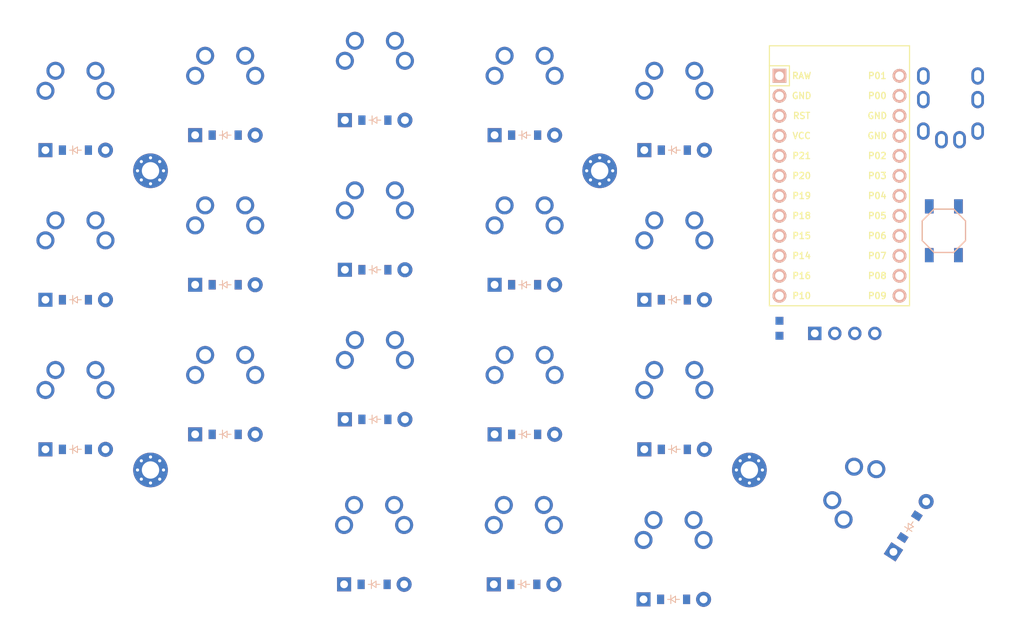
<source format=kicad_pcb>


(kicad_pcb (version 20171130) (host pcbnew 5.1.6)

  (page A3)
  (title_block
    (title "Glide38Pcb")
    (rev "v1.0.0")
    (company "Unknown")
  )

  (general
    (thickness 1.6)
  )

  (layers
    (0 F.Cu signal)
    (31 B.Cu signal)
    (32 B.Adhes user)
    (33 F.Adhes user)
    (34 B.Paste user)
    (35 F.Paste user)
    (36 B.SilkS user)
    (37 F.SilkS user)
    (38 B.Mask user)
    (39 F.Mask user)
    (40 Dwgs.User user)
    (41 Cmts.User user)
    (42 Eco1.User user)
    (43 Eco2.User user)
    (44 Edge.Cuts user)
    (45 Margin user)
    (46 B.CrtYd user)
    (47 F.CrtYd user)
    (48 B.Fab user)
    (49 F.Fab user)
  )

  (setup
    (last_trace_width 0.25)
    (trace_clearance 0.2)
    (zone_clearance 0.508)
    (zone_45_only no)
    (trace_min 0.2)
    (via_size 0.8)
    (via_drill 0.4)
    (via_min_size 0.4)
    (via_min_drill 0.3)
    (uvia_size 0.3)
    (uvia_drill 0.1)
    (uvias_allowed no)
    (uvia_min_size 0.2)
    (uvia_min_drill 0.1)
    (edge_width 0.05)
    (segment_width 0.2)
    (pcb_text_width 0.3)
    (pcb_text_size 1.5 1.5)
    (mod_edge_width 0.12)
    (mod_text_size 1 1)
    (mod_text_width 0.15)
    (pad_size 1.524 1.524)
    (pad_drill 0.762)
    (pad_to_mask_clearance 0.05)
    (aux_axis_origin 0 0)
    (visible_elements FFFFFF7F)
    (pcbplotparams
      (layerselection 0x010fc_ffffffff)
      (usegerberextensions false)
      (usegerberattributes true)
      (usegerberadvancedattributes true)
      (creategerberjobfile true)
      (excludeedgelayer true)
      (linewidth 0.100000)
      (plotframeref false)
      (viasonmask false)
      (mode 1)
      (useauxorigin false)
      (hpglpennumber 1)
      (hpglpenspeed 20)
      (hpglpendiameter 15.000000)
      (psnegative false)
      (psa4output false)
      (plotreference true)
      (plotvalue true)
      (plotinvisibletext false)
      (padsonsilk false)
      (subtractmaskfromsilk false)
      (outputformat 1)
      (mirror false)
      (drillshape 1)
      (scaleselection 1)
      (outputdirectory ""))
  )

  (net 0 "")
(net 1 "P10")
(net 2 "outer_mod")
(net 3 "outer_bottom")
(net 4 "outer_home")
(net 5 "P16")
(net 6 "ring_mod")
(net 7 "ring_bottom")
(net 8 "ring_home")
(net 9 "P14")
(net 10 "middle_mod")
(net 11 "middle_bottom")
(net 12 "middle_home")
(net 13 "P15")
(net 14 "index_mod")
(net 15 "index_bottom")
(net 16 "index_home")
(net 17 "P18")
(net 18 "inner_mod")
(net 19 "inner_bottom")
(net 20 "inner_home")
(net 21 "alt_cluster")
(net 22 "ctrl_cluster")
(net 23 "layer_cluster")
(net 24 "space_cluster")
(net 25 "P9")
(net 26 "P8")
(net 27 "P7")
(net 28 "P6")
(net 29 "RAW")
(net 30 "GND")
(net 31 "RST")
(net 32 "VCC")
(net 33 "P21")
(net 34 "P20")
(net 35 "P19")
(net 36 "P1")
(net 37 "P0")
(net 38 "P2")
(net 39 "P3")
(net 40 "P4")
(net 41 "P5")

  (net_class Default "This is the default net class."
    (clearance 0.2)
    (trace_width 0.25)
    (via_dia 0.8)
    (via_drill 0.4)
    (uvia_dia 0.3)
    (uvia_drill 0.1)
    (add_net "")
(add_net "P10")
(add_net "outer_mod")
(add_net "outer_bottom")
(add_net "outer_home")
(add_net "P16")
(add_net "ring_mod")
(add_net "ring_bottom")
(add_net "ring_home")
(add_net "P14")
(add_net "middle_mod")
(add_net "middle_bottom")
(add_net "middle_home")
(add_net "P15")
(add_net "index_mod")
(add_net "index_bottom")
(add_net "index_home")
(add_net "P18")
(add_net "inner_mod")
(add_net "inner_bottom")
(add_net "inner_home")
(add_net "alt_cluster")
(add_net "ctrl_cluster")
(add_net "layer_cluster")
(add_net "space_cluster")
(add_net "P9")
(add_net "P8")
(add_net "P7")
(add_net "P6")
(add_net "RAW")
(add_net "GND")
(add_net "RST")
(add_net "VCC")
(add_net "P21")
(add_net "P20")
(add_net "P19")
(add_net "P1")
(add_net "P0")
(add_net "P2")
(add_net "P3")
(add_net "P4")
(add_net "P5")
  )

  
        
      (module MX (layer F.Cu) (tedit 5DD4F656)
      (at 0 1.905 0)

      
      (fp_text reference "S1" (at 0 0) (layer F.SilkS) hide (effects (font (size 1.27 1.27) (thickness 0.15))))
      (fp_text value "" (at 0 0) (layer F.SilkS) hide (effects (font (size 1.27 1.27) (thickness 0.15))))

      
      (fp_line (start -7 -6) (end -7 -7) (layer Dwgs.User) (width 0.15))
      (fp_line (start -7 7) (end -6 7) (layer Dwgs.User) (width 0.15))
      (fp_line (start -6 -7) (end -7 -7) (layer Dwgs.User) (width 0.15))
      (fp_line (start -7 7) (end -7 6) (layer Dwgs.User) (width 0.15))
      (fp_line (start 7 6) (end 7 7) (layer Dwgs.User) (width 0.15))
      (fp_line (start 7 -7) (end 6 -7) (layer Dwgs.User) (width 0.15))
      (fp_line (start 6 7) (end 7 7) (layer Dwgs.User) (width 0.15))
      (fp_line (start 7 -7) (end 7 -6) (layer Dwgs.User) (width 0.15))
    
      
      (pad "" np_thru_hole circle (at 0 0) (size 3.9878 3.9878) (drill 3.9878) (layers *.Cu *.Mask))

      
      (pad "" np_thru_hole circle (at 5.08 0) (size 1.7018 1.7018) (drill 1.7018) (layers *.Cu *.Mask))
      (pad "" np_thru_hole circle (at -5.08 0) (size 1.7018 1.7018) (drill 1.7018) (layers *.Cu *.Mask))
      
        
      
      (fp_line (start -9.5 -9.5) (end 9.5 -9.5) (layer Dwgs.User) (width 0.15))
      (fp_line (start 9.5 -9.5) (end 9.5 9.5) (layer Dwgs.User) (width 0.15))
      (fp_line (start 9.5 9.5) (end -9.5 9.5) (layer Dwgs.User) (width 0.15))
      (fp_line (start -9.5 9.5) (end -9.5 -9.5) (layer Dwgs.User) (width 0.15))
      
        
            
            (pad 1 thru_hole circle (at 2.54 -5.08) (size 2.286 2.286) (drill 1.4986) (layers *.Cu *.Mask) (net 1 "P10"))
            (pad 2 thru_hole circle (at -3.81 -2.54) (size 2.286 2.286) (drill 1.4986) (layers *.Cu *.Mask) (net 2 "outer_mod"))
          
        
            
            (pad 1 thru_hole circle (at -2.54 -5.08) (size 2.286 2.286) (drill 1.4986) (layers *.Cu *.Mask) (net 1 "P10"))
            (pad 2 thru_hole circle (at 3.81 -2.54) (size 2.286 2.286) (drill 1.4986) (layers *.Cu *.Mask) (net 2 "outer_mod"))
          )
        

        
      (module MX (layer F.Cu) (tedit 5DD4F656)
      (at 0 -17.095 0)

      
      (fp_text reference "S2" (at 0 0) (layer F.SilkS) hide (effects (font (size 1.27 1.27) (thickness 0.15))))
      (fp_text value "" (at 0 0) (layer F.SilkS) hide (effects (font (size 1.27 1.27) (thickness 0.15))))

      
      (fp_line (start -7 -6) (end -7 -7) (layer Dwgs.User) (width 0.15))
      (fp_line (start -7 7) (end -6 7) (layer Dwgs.User) (width 0.15))
      (fp_line (start -6 -7) (end -7 -7) (layer Dwgs.User) (width 0.15))
      (fp_line (start -7 7) (end -7 6) (layer Dwgs.User) (width 0.15))
      (fp_line (start 7 6) (end 7 7) (layer Dwgs.User) (width 0.15))
      (fp_line (start 7 -7) (end 6 -7) (layer Dwgs.User) (width 0.15))
      (fp_line (start 6 7) (end 7 7) (layer Dwgs.User) (width 0.15))
      (fp_line (start 7 -7) (end 7 -6) (layer Dwgs.User) (width 0.15))
    
      
      (pad "" np_thru_hole circle (at 0 0) (size 3.9878 3.9878) (drill 3.9878) (layers *.Cu *.Mask))

      
      (pad "" np_thru_hole circle (at 5.08 0) (size 1.7018 1.7018) (drill 1.7018) (layers *.Cu *.Mask))
      (pad "" np_thru_hole circle (at -5.08 0) (size 1.7018 1.7018) (drill 1.7018) (layers *.Cu *.Mask))
      
        
      
      (fp_line (start -9.5 -9.5) (end 9.5 -9.5) (layer Dwgs.User) (width 0.15))
      (fp_line (start 9.5 -9.5) (end 9.5 9.5) (layer Dwgs.User) (width 0.15))
      (fp_line (start 9.5 9.5) (end -9.5 9.5) (layer Dwgs.User) (width 0.15))
      (fp_line (start -9.5 9.5) (end -9.5 -9.5) (layer Dwgs.User) (width 0.15))
      
        
            
            (pad 1 thru_hole circle (at 2.54 -5.08) (size 2.286 2.286) (drill 1.4986) (layers *.Cu *.Mask) (net 1 "P10"))
            (pad 2 thru_hole circle (at -3.81 -2.54) (size 2.286 2.286) (drill 1.4986) (layers *.Cu *.Mask) (net 3 "outer_bottom"))
          
        
            
            (pad 1 thru_hole circle (at -2.54 -5.08) (size 2.286 2.286) (drill 1.4986) (layers *.Cu *.Mask) (net 1 "P10"))
            (pad 2 thru_hole circle (at 3.81 -2.54) (size 2.286 2.286) (drill 1.4986) (layers *.Cu *.Mask) (net 3 "outer_bottom"))
          )
        

        
      (module MX (layer F.Cu) (tedit 5DD4F656)
      (at 0 -36.095 0)

      
      (fp_text reference "S3" (at 0 0) (layer F.SilkS) hide (effects (font (size 1.27 1.27) (thickness 0.15))))
      (fp_text value "" (at 0 0) (layer F.SilkS) hide (effects (font (size 1.27 1.27) (thickness 0.15))))

      
      (fp_line (start -7 -6) (end -7 -7) (layer Dwgs.User) (width 0.15))
      (fp_line (start -7 7) (end -6 7) (layer Dwgs.User) (width 0.15))
      (fp_line (start -6 -7) (end -7 -7) (layer Dwgs.User) (width 0.15))
      (fp_line (start -7 7) (end -7 6) (layer Dwgs.User) (width 0.15))
      (fp_line (start 7 6) (end 7 7) (layer Dwgs.User) (width 0.15))
      (fp_line (start 7 -7) (end 6 -7) (layer Dwgs.User) (width 0.15))
      (fp_line (start 6 7) (end 7 7) (layer Dwgs.User) (width 0.15))
      (fp_line (start 7 -7) (end 7 -6) (layer Dwgs.User) (width 0.15))
    
      
      (pad "" np_thru_hole circle (at 0 0) (size 3.9878 3.9878) (drill 3.9878) (layers *.Cu *.Mask))

      
      (pad "" np_thru_hole circle (at 5.08 0) (size 1.7018 1.7018) (drill 1.7018) (layers *.Cu *.Mask))
      (pad "" np_thru_hole circle (at -5.08 0) (size 1.7018 1.7018) (drill 1.7018) (layers *.Cu *.Mask))
      
        
      
      (fp_line (start -9.5 -9.5) (end 9.5 -9.5) (layer Dwgs.User) (width 0.15))
      (fp_line (start 9.5 -9.5) (end 9.5 9.5) (layer Dwgs.User) (width 0.15))
      (fp_line (start 9.5 9.5) (end -9.5 9.5) (layer Dwgs.User) (width 0.15))
      (fp_line (start -9.5 9.5) (end -9.5 -9.5) (layer Dwgs.User) (width 0.15))
      
        
            
            (pad 1 thru_hole circle (at 2.54 -5.08) (size 2.286 2.286) (drill 1.4986) (layers *.Cu *.Mask) (net 1 "P10"))
            (pad 2 thru_hole circle (at -3.81 -2.54) (size 2.286 2.286) (drill 1.4986) (layers *.Cu *.Mask) (net 4 "outer_home"))
          
        
            
            (pad 1 thru_hole circle (at -2.54 -5.08) (size 2.286 2.286) (drill 1.4986) (layers *.Cu *.Mask) (net 1 "P10"))
            (pad 2 thru_hole circle (at 3.81 -2.54) (size 2.286 2.286) (drill 1.4986) (layers *.Cu *.Mask) (net 4 "outer_home"))
          )
        

        
      (module MX (layer F.Cu) (tedit 5DD4F656)
      (at 19 0 0)

      
      (fp_text reference "S4" (at 0 0) (layer F.SilkS) hide (effects (font (size 1.27 1.27) (thickness 0.15))))
      (fp_text value "" (at 0 0) (layer F.SilkS) hide (effects (font (size 1.27 1.27) (thickness 0.15))))

      
      (fp_line (start -7 -6) (end -7 -7) (layer Dwgs.User) (width 0.15))
      (fp_line (start -7 7) (end -6 7) (layer Dwgs.User) (width 0.15))
      (fp_line (start -6 -7) (end -7 -7) (layer Dwgs.User) (width 0.15))
      (fp_line (start -7 7) (end -7 6) (layer Dwgs.User) (width 0.15))
      (fp_line (start 7 6) (end 7 7) (layer Dwgs.User) (width 0.15))
      (fp_line (start 7 -7) (end 6 -7) (layer Dwgs.User) (width 0.15))
      (fp_line (start 6 7) (end 7 7) (layer Dwgs.User) (width 0.15))
      (fp_line (start 7 -7) (end 7 -6) (layer Dwgs.User) (width 0.15))
    
      
      (pad "" np_thru_hole circle (at 0 0) (size 3.9878 3.9878) (drill 3.9878) (layers *.Cu *.Mask))

      
      (pad "" np_thru_hole circle (at 5.08 0) (size 1.7018 1.7018) (drill 1.7018) (layers *.Cu *.Mask))
      (pad "" np_thru_hole circle (at -5.08 0) (size 1.7018 1.7018) (drill 1.7018) (layers *.Cu *.Mask))
      
        
      
      (fp_line (start -9.5 -9.5) (end 9.5 -9.5) (layer Dwgs.User) (width 0.15))
      (fp_line (start 9.5 -9.5) (end 9.5 9.5) (layer Dwgs.User) (width 0.15))
      (fp_line (start 9.5 9.5) (end -9.5 9.5) (layer Dwgs.User) (width 0.15))
      (fp_line (start -9.5 9.5) (end -9.5 -9.5) (layer Dwgs.User) (width 0.15))
      
        
            
            (pad 1 thru_hole circle (at 2.54 -5.08) (size 2.286 2.286) (drill 1.4986) (layers *.Cu *.Mask) (net 5 "P16"))
            (pad 2 thru_hole circle (at -3.81 -2.54) (size 2.286 2.286) (drill 1.4986) (layers *.Cu *.Mask) (net 6 "ring_mod"))
          
        
            
            (pad 1 thru_hole circle (at -2.54 -5.08) (size 2.286 2.286) (drill 1.4986) (layers *.Cu *.Mask) (net 5 "P16"))
            (pad 2 thru_hole circle (at 3.81 -2.54) (size 2.286 2.286) (drill 1.4986) (layers *.Cu *.Mask) (net 6 "ring_mod"))
          )
        

        
      (module MX (layer F.Cu) (tedit 5DD4F656)
      (at 19 -19 0)

      
      (fp_text reference "S5" (at 0 0) (layer F.SilkS) hide (effects (font (size 1.27 1.27) (thickness 0.15))))
      (fp_text value "" (at 0 0) (layer F.SilkS) hide (effects (font (size 1.27 1.27) (thickness 0.15))))

      
      (fp_line (start -7 -6) (end -7 -7) (layer Dwgs.User) (width 0.15))
      (fp_line (start -7 7) (end -6 7) (layer Dwgs.User) (width 0.15))
      (fp_line (start -6 -7) (end -7 -7) (layer Dwgs.User) (width 0.15))
      (fp_line (start -7 7) (end -7 6) (layer Dwgs.User) (width 0.15))
      (fp_line (start 7 6) (end 7 7) (layer Dwgs.User) (width 0.15))
      (fp_line (start 7 -7) (end 6 -7) (layer Dwgs.User) (width 0.15))
      (fp_line (start 6 7) (end 7 7) (layer Dwgs.User) (width 0.15))
      (fp_line (start 7 -7) (end 7 -6) (layer Dwgs.User) (width 0.15))
    
      
      (pad "" np_thru_hole circle (at 0 0) (size 3.9878 3.9878) (drill 3.9878) (layers *.Cu *.Mask))

      
      (pad "" np_thru_hole circle (at 5.08 0) (size 1.7018 1.7018) (drill 1.7018) (layers *.Cu *.Mask))
      (pad "" np_thru_hole circle (at -5.08 0) (size 1.7018 1.7018) (drill 1.7018) (layers *.Cu *.Mask))
      
        
      
      (fp_line (start -9.5 -9.5) (end 9.5 -9.5) (layer Dwgs.User) (width 0.15))
      (fp_line (start 9.5 -9.5) (end 9.5 9.5) (layer Dwgs.User) (width 0.15))
      (fp_line (start 9.5 9.5) (end -9.5 9.5) (layer Dwgs.User) (width 0.15))
      (fp_line (start -9.5 9.5) (end -9.5 -9.5) (layer Dwgs.User) (width 0.15))
      
        
            
            (pad 1 thru_hole circle (at 2.54 -5.08) (size 2.286 2.286) (drill 1.4986) (layers *.Cu *.Mask) (net 5 "P16"))
            (pad 2 thru_hole circle (at -3.81 -2.54) (size 2.286 2.286) (drill 1.4986) (layers *.Cu *.Mask) (net 7 "ring_bottom"))
          
        
            
            (pad 1 thru_hole circle (at -2.54 -5.08) (size 2.286 2.286) (drill 1.4986) (layers *.Cu *.Mask) (net 5 "P16"))
            (pad 2 thru_hole circle (at 3.81 -2.54) (size 2.286 2.286) (drill 1.4986) (layers *.Cu *.Mask) (net 7 "ring_bottom"))
          )
        

        
      (module MX (layer F.Cu) (tedit 5DD4F656)
      (at 19 -38 0)

      
      (fp_text reference "S6" (at 0 0) (layer F.SilkS) hide (effects (font (size 1.27 1.27) (thickness 0.15))))
      (fp_text value "" (at 0 0) (layer F.SilkS) hide (effects (font (size 1.27 1.27) (thickness 0.15))))

      
      (fp_line (start -7 -6) (end -7 -7) (layer Dwgs.User) (width 0.15))
      (fp_line (start -7 7) (end -6 7) (layer Dwgs.User) (width 0.15))
      (fp_line (start -6 -7) (end -7 -7) (layer Dwgs.User) (width 0.15))
      (fp_line (start -7 7) (end -7 6) (layer Dwgs.User) (width 0.15))
      (fp_line (start 7 6) (end 7 7) (layer Dwgs.User) (width 0.15))
      (fp_line (start 7 -7) (end 6 -7) (layer Dwgs.User) (width 0.15))
      (fp_line (start 6 7) (end 7 7) (layer Dwgs.User) (width 0.15))
      (fp_line (start 7 -7) (end 7 -6) (layer Dwgs.User) (width 0.15))
    
      
      (pad "" np_thru_hole circle (at 0 0) (size 3.9878 3.9878) (drill 3.9878) (layers *.Cu *.Mask))

      
      (pad "" np_thru_hole circle (at 5.08 0) (size 1.7018 1.7018) (drill 1.7018) (layers *.Cu *.Mask))
      (pad "" np_thru_hole circle (at -5.08 0) (size 1.7018 1.7018) (drill 1.7018) (layers *.Cu *.Mask))
      
        
      
      (fp_line (start -9.5 -9.5) (end 9.5 -9.5) (layer Dwgs.User) (width 0.15))
      (fp_line (start 9.5 -9.5) (end 9.5 9.5) (layer Dwgs.User) (width 0.15))
      (fp_line (start 9.5 9.5) (end -9.5 9.5) (layer Dwgs.User) (width 0.15))
      (fp_line (start -9.5 9.5) (end -9.5 -9.5) (layer Dwgs.User) (width 0.15))
      
        
            
            (pad 1 thru_hole circle (at 2.54 -5.08) (size 2.286 2.286) (drill 1.4986) (layers *.Cu *.Mask) (net 5 "P16"))
            (pad 2 thru_hole circle (at -3.81 -2.54) (size 2.286 2.286) (drill 1.4986) (layers *.Cu *.Mask) (net 8 "ring_home"))
          
        
            
            (pad 1 thru_hole circle (at -2.54 -5.08) (size 2.286 2.286) (drill 1.4986) (layers *.Cu *.Mask) (net 5 "P16"))
            (pad 2 thru_hole circle (at 3.81 -2.54) (size 2.286 2.286) (drill 1.4986) (layers *.Cu *.Mask) (net 8 "ring_home"))
          )
        

        
      (module MX (layer F.Cu) (tedit 5DD4F656)
      (at 38 -1.905 0)

      
      (fp_text reference "S7" (at 0 0) (layer F.SilkS) hide (effects (font (size 1.27 1.27) (thickness 0.15))))
      (fp_text value "" (at 0 0) (layer F.SilkS) hide (effects (font (size 1.27 1.27) (thickness 0.15))))

      
      (fp_line (start -7 -6) (end -7 -7) (layer Dwgs.User) (width 0.15))
      (fp_line (start -7 7) (end -6 7) (layer Dwgs.User) (width 0.15))
      (fp_line (start -6 -7) (end -7 -7) (layer Dwgs.User) (width 0.15))
      (fp_line (start -7 7) (end -7 6) (layer Dwgs.User) (width 0.15))
      (fp_line (start 7 6) (end 7 7) (layer Dwgs.User) (width 0.15))
      (fp_line (start 7 -7) (end 6 -7) (layer Dwgs.User) (width 0.15))
      (fp_line (start 6 7) (end 7 7) (layer Dwgs.User) (width 0.15))
      (fp_line (start 7 -7) (end 7 -6) (layer Dwgs.User) (width 0.15))
    
      
      (pad "" np_thru_hole circle (at 0 0) (size 3.9878 3.9878) (drill 3.9878) (layers *.Cu *.Mask))

      
      (pad "" np_thru_hole circle (at 5.08 0) (size 1.7018 1.7018) (drill 1.7018) (layers *.Cu *.Mask))
      (pad "" np_thru_hole circle (at -5.08 0) (size 1.7018 1.7018) (drill 1.7018) (layers *.Cu *.Mask))
      
        
      
      (fp_line (start -9.5 -9.5) (end 9.5 -9.5) (layer Dwgs.User) (width 0.15))
      (fp_line (start 9.5 -9.5) (end 9.5 9.5) (layer Dwgs.User) (width 0.15))
      (fp_line (start 9.5 9.5) (end -9.5 9.5) (layer Dwgs.User) (width 0.15))
      (fp_line (start -9.5 9.5) (end -9.5 -9.5) (layer Dwgs.User) (width 0.15))
      
        
            
            (pad 1 thru_hole circle (at 2.54 -5.08) (size 2.286 2.286) (drill 1.4986) (layers *.Cu *.Mask) (net 9 "P14"))
            (pad 2 thru_hole circle (at -3.81 -2.54) (size 2.286 2.286) (drill 1.4986) (layers *.Cu *.Mask) (net 10 "middle_mod"))
          
        
            
            (pad 1 thru_hole circle (at -2.54 -5.08) (size 2.286 2.286) (drill 1.4986) (layers *.Cu *.Mask) (net 9 "P14"))
            (pad 2 thru_hole circle (at 3.81 -2.54) (size 2.286 2.286) (drill 1.4986) (layers *.Cu *.Mask) (net 10 "middle_mod"))
          )
        

        
      (module MX (layer F.Cu) (tedit 5DD4F656)
      (at 38 -20.905 0)

      
      (fp_text reference "S8" (at 0 0) (layer F.SilkS) hide (effects (font (size 1.27 1.27) (thickness 0.15))))
      (fp_text value "" (at 0 0) (layer F.SilkS) hide (effects (font (size 1.27 1.27) (thickness 0.15))))

      
      (fp_line (start -7 -6) (end -7 -7) (layer Dwgs.User) (width 0.15))
      (fp_line (start -7 7) (end -6 7) (layer Dwgs.User) (width 0.15))
      (fp_line (start -6 -7) (end -7 -7) (layer Dwgs.User) (width 0.15))
      (fp_line (start -7 7) (end -7 6) (layer Dwgs.User) (width 0.15))
      (fp_line (start 7 6) (end 7 7) (layer Dwgs.User) (width 0.15))
      (fp_line (start 7 -7) (end 6 -7) (layer Dwgs.User) (width 0.15))
      (fp_line (start 6 7) (end 7 7) (layer Dwgs.User) (width 0.15))
      (fp_line (start 7 -7) (end 7 -6) (layer Dwgs.User) (width 0.15))
    
      
      (pad "" np_thru_hole circle (at 0 0) (size 3.9878 3.9878) (drill 3.9878) (layers *.Cu *.Mask))

      
      (pad "" np_thru_hole circle (at 5.08 0) (size 1.7018 1.7018) (drill 1.7018) (layers *.Cu *.Mask))
      (pad "" np_thru_hole circle (at -5.08 0) (size 1.7018 1.7018) (drill 1.7018) (layers *.Cu *.Mask))
      
        
      
      (fp_line (start -9.5 -9.5) (end 9.5 -9.5) (layer Dwgs.User) (width 0.15))
      (fp_line (start 9.5 -9.5) (end 9.5 9.5) (layer Dwgs.User) (width 0.15))
      (fp_line (start 9.5 9.5) (end -9.5 9.5) (layer Dwgs.User) (width 0.15))
      (fp_line (start -9.5 9.5) (end -9.5 -9.5) (layer Dwgs.User) (width 0.15))
      
        
            
            (pad 1 thru_hole circle (at 2.54 -5.08) (size 2.286 2.286) (drill 1.4986) (layers *.Cu *.Mask) (net 9 "P14"))
            (pad 2 thru_hole circle (at -3.81 -2.54) (size 2.286 2.286) (drill 1.4986) (layers *.Cu *.Mask) (net 11 "middle_bottom"))
          
        
            
            (pad 1 thru_hole circle (at -2.54 -5.08) (size 2.286 2.286) (drill 1.4986) (layers *.Cu *.Mask) (net 9 "P14"))
            (pad 2 thru_hole circle (at 3.81 -2.54) (size 2.286 2.286) (drill 1.4986) (layers *.Cu *.Mask) (net 11 "middle_bottom"))
          )
        

        
      (module MX (layer F.Cu) (tedit 5DD4F656)
      (at 38 -39.905 0)

      
      (fp_text reference "S9" (at 0 0) (layer F.SilkS) hide (effects (font (size 1.27 1.27) (thickness 0.15))))
      (fp_text value "" (at 0 0) (layer F.SilkS) hide (effects (font (size 1.27 1.27) (thickness 0.15))))

      
      (fp_line (start -7 -6) (end -7 -7) (layer Dwgs.User) (width 0.15))
      (fp_line (start -7 7) (end -6 7) (layer Dwgs.User) (width 0.15))
      (fp_line (start -6 -7) (end -7 -7) (layer Dwgs.User) (width 0.15))
      (fp_line (start -7 7) (end -7 6) (layer Dwgs.User) (width 0.15))
      (fp_line (start 7 6) (end 7 7) (layer Dwgs.User) (width 0.15))
      (fp_line (start 7 -7) (end 6 -7) (layer Dwgs.User) (width 0.15))
      (fp_line (start 6 7) (end 7 7) (layer Dwgs.User) (width 0.15))
      (fp_line (start 7 -7) (end 7 -6) (layer Dwgs.User) (width 0.15))
    
      
      (pad "" np_thru_hole circle (at 0 0) (size 3.9878 3.9878) (drill 3.9878) (layers *.Cu *.Mask))

      
      (pad "" np_thru_hole circle (at 5.08 0) (size 1.7018 1.7018) (drill 1.7018) (layers *.Cu *.Mask))
      (pad "" np_thru_hole circle (at -5.08 0) (size 1.7018 1.7018) (drill 1.7018) (layers *.Cu *.Mask))
      
        
      
      (fp_line (start -9.5 -9.5) (end 9.5 -9.5) (layer Dwgs.User) (width 0.15))
      (fp_line (start 9.5 -9.5) (end 9.5 9.5) (layer Dwgs.User) (width 0.15))
      (fp_line (start 9.5 9.5) (end -9.5 9.5) (layer Dwgs.User) (width 0.15))
      (fp_line (start -9.5 9.5) (end -9.5 -9.5) (layer Dwgs.User) (width 0.15))
      
        
            
            (pad 1 thru_hole circle (at 2.54 -5.08) (size 2.286 2.286) (drill 1.4986) (layers *.Cu *.Mask) (net 9 "P14"))
            (pad 2 thru_hole circle (at -3.81 -2.54) (size 2.286 2.286) (drill 1.4986) (layers *.Cu *.Mask) (net 12 "middle_home"))
          
        
            
            (pad 1 thru_hole circle (at -2.54 -5.08) (size 2.286 2.286) (drill 1.4986) (layers *.Cu *.Mask) (net 9 "P14"))
            (pad 2 thru_hole circle (at 3.81 -2.54) (size 2.286 2.286) (drill 1.4986) (layers *.Cu *.Mask) (net 12 "middle_home"))
          )
        

        
      (module MX (layer F.Cu) (tedit 5DD4F656)
      (at 57 0 0)

      
      (fp_text reference "S10" (at 0 0) (layer F.SilkS) hide (effects (font (size 1.27 1.27) (thickness 0.15))))
      (fp_text value "" (at 0 0) (layer F.SilkS) hide (effects (font (size 1.27 1.27) (thickness 0.15))))

      
      (fp_line (start -7 -6) (end -7 -7) (layer Dwgs.User) (width 0.15))
      (fp_line (start -7 7) (end -6 7) (layer Dwgs.User) (width 0.15))
      (fp_line (start -6 -7) (end -7 -7) (layer Dwgs.User) (width 0.15))
      (fp_line (start -7 7) (end -7 6) (layer Dwgs.User) (width 0.15))
      (fp_line (start 7 6) (end 7 7) (layer Dwgs.User) (width 0.15))
      (fp_line (start 7 -7) (end 6 -7) (layer Dwgs.User) (width 0.15))
      (fp_line (start 6 7) (end 7 7) (layer Dwgs.User) (width 0.15))
      (fp_line (start 7 -7) (end 7 -6) (layer Dwgs.User) (width 0.15))
    
      
      (pad "" np_thru_hole circle (at 0 0) (size 3.9878 3.9878) (drill 3.9878) (layers *.Cu *.Mask))

      
      (pad "" np_thru_hole circle (at 5.08 0) (size 1.7018 1.7018) (drill 1.7018) (layers *.Cu *.Mask))
      (pad "" np_thru_hole circle (at -5.08 0) (size 1.7018 1.7018) (drill 1.7018) (layers *.Cu *.Mask))
      
        
      
      (fp_line (start -9.5 -9.5) (end 9.5 -9.5) (layer Dwgs.User) (width 0.15))
      (fp_line (start 9.5 -9.5) (end 9.5 9.5) (layer Dwgs.User) (width 0.15))
      (fp_line (start 9.5 9.5) (end -9.5 9.5) (layer Dwgs.User) (width 0.15))
      (fp_line (start -9.5 9.5) (end -9.5 -9.5) (layer Dwgs.User) (width 0.15))
      
        
            
            (pad 1 thru_hole circle (at 2.54 -5.08) (size 2.286 2.286) (drill 1.4986) (layers *.Cu *.Mask) (net 13 "P15"))
            (pad 2 thru_hole circle (at -3.81 -2.54) (size 2.286 2.286) (drill 1.4986) (layers *.Cu *.Mask) (net 14 "index_mod"))
          
        
            
            (pad 1 thru_hole circle (at -2.54 -5.08) (size 2.286 2.286) (drill 1.4986) (layers *.Cu *.Mask) (net 13 "P15"))
            (pad 2 thru_hole circle (at 3.81 -2.54) (size 2.286 2.286) (drill 1.4986) (layers *.Cu *.Mask) (net 14 "index_mod"))
          )
        

        
      (module MX (layer F.Cu) (tedit 5DD4F656)
      (at 57 -19 0)

      
      (fp_text reference "S11" (at 0 0) (layer F.SilkS) hide (effects (font (size 1.27 1.27) (thickness 0.15))))
      (fp_text value "" (at 0 0) (layer F.SilkS) hide (effects (font (size 1.27 1.27) (thickness 0.15))))

      
      (fp_line (start -7 -6) (end -7 -7) (layer Dwgs.User) (width 0.15))
      (fp_line (start -7 7) (end -6 7) (layer Dwgs.User) (width 0.15))
      (fp_line (start -6 -7) (end -7 -7) (layer Dwgs.User) (width 0.15))
      (fp_line (start -7 7) (end -7 6) (layer Dwgs.User) (width 0.15))
      (fp_line (start 7 6) (end 7 7) (layer Dwgs.User) (width 0.15))
      (fp_line (start 7 -7) (end 6 -7) (layer Dwgs.User) (width 0.15))
      (fp_line (start 6 7) (end 7 7) (layer Dwgs.User) (width 0.15))
      (fp_line (start 7 -7) (end 7 -6) (layer Dwgs.User) (width 0.15))
    
      
      (pad "" np_thru_hole circle (at 0 0) (size 3.9878 3.9878) (drill 3.9878) (layers *.Cu *.Mask))

      
      (pad "" np_thru_hole circle (at 5.08 0) (size 1.7018 1.7018) (drill 1.7018) (layers *.Cu *.Mask))
      (pad "" np_thru_hole circle (at -5.08 0) (size 1.7018 1.7018) (drill 1.7018) (layers *.Cu *.Mask))
      
        
      
      (fp_line (start -9.5 -9.5) (end 9.5 -9.5) (layer Dwgs.User) (width 0.15))
      (fp_line (start 9.5 -9.5) (end 9.5 9.5) (layer Dwgs.User) (width 0.15))
      (fp_line (start 9.5 9.5) (end -9.5 9.5) (layer Dwgs.User) (width 0.15))
      (fp_line (start -9.5 9.5) (end -9.5 -9.5) (layer Dwgs.User) (width 0.15))
      
        
            
            (pad 1 thru_hole circle (at 2.54 -5.08) (size 2.286 2.286) (drill 1.4986) (layers *.Cu *.Mask) (net 13 "P15"))
            (pad 2 thru_hole circle (at -3.81 -2.54) (size 2.286 2.286) (drill 1.4986) (layers *.Cu *.Mask) (net 15 "index_bottom"))
          
        
            
            (pad 1 thru_hole circle (at -2.54 -5.08) (size 2.286 2.286) (drill 1.4986) (layers *.Cu *.Mask) (net 13 "P15"))
            (pad 2 thru_hole circle (at 3.81 -2.54) (size 2.286 2.286) (drill 1.4986) (layers *.Cu *.Mask) (net 15 "index_bottom"))
          )
        

        
      (module MX (layer F.Cu) (tedit 5DD4F656)
      (at 57 -38 0)

      
      (fp_text reference "S12" (at 0 0) (layer F.SilkS) hide (effects (font (size 1.27 1.27) (thickness 0.15))))
      (fp_text value "" (at 0 0) (layer F.SilkS) hide (effects (font (size 1.27 1.27) (thickness 0.15))))

      
      (fp_line (start -7 -6) (end -7 -7) (layer Dwgs.User) (width 0.15))
      (fp_line (start -7 7) (end -6 7) (layer Dwgs.User) (width 0.15))
      (fp_line (start -6 -7) (end -7 -7) (layer Dwgs.User) (width 0.15))
      (fp_line (start -7 7) (end -7 6) (layer Dwgs.User) (width 0.15))
      (fp_line (start 7 6) (end 7 7) (layer Dwgs.User) (width 0.15))
      (fp_line (start 7 -7) (end 6 -7) (layer Dwgs.User) (width 0.15))
      (fp_line (start 6 7) (end 7 7) (layer Dwgs.User) (width 0.15))
      (fp_line (start 7 -7) (end 7 -6) (layer Dwgs.User) (width 0.15))
    
      
      (pad "" np_thru_hole circle (at 0 0) (size 3.9878 3.9878) (drill 3.9878) (layers *.Cu *.Mask))

      
      (pad "" np_thru_hole circle (at 5.08 0) (size 1.7018 1.7018) (drill 1.7018) (layers *.Cu *.Mask))
      (pad "" np_thru_hole circle (at -5.08 0) (size 1.7018 1.7018) (drill 1.7018) (layers *.Cu *.Mask))
      
        
      
      (fp_line (start -9.5 -9.5) (end 9.5 -9.5) (layer Dwgs.User) (width 0.15))
      (fp_line (start 9.5 -9.5) (end 9.5 9.5) (layer Dwgs.User) (width 0.15))
      (fp_line (start 9.5 9.5) (end -9.5 9.5) (layer Dwgs.User) (width 0.15))
      (fp_line (start -9.5 9.5) (end -9.5 -9.5) (layer Dwgs.User) (width 0.15))
      
        
            
            (pad 1 thru_hole circle (at 2.54 -5.08) (size 2.286 2.286) (drill 1.4986) (layers *.Cu *.Mask) (net 13 "P15"))
            (pad 2 thru_hole circle (at -3.81 -2.54) (size 2.286 2.286) (drill 1.4986) (layers *.Cu *.Mask) (net 16 "index_home"))
          
        
            
            (pad 1 thru_hole circle (at -2.54 -5.08) (size 2.286 2.286) (drill 1.4986) (layers *.Cu *.Mask) (net 13 "P15"))
            (pad 2 thru_hole circle (at 3.81 -2.54) (size 2.286 2.286) (drill 1.4986) (layers *.Cu *.Mask) (net 16 "index_home"))
          )
        

        
      (module MX (layer F.Cu) (tedit 5DD4F656)
      (at 76 1.905 0)

      
      (fp_text reference "S13" (at 0 0) (layer F.SilkS) hide (effects (font (size 1.27 1.27) (thickness 0.15))))
      (fp_text value "" (at 0 0) (layer F.SilkS) hide (effects (font (size 1.27 1.27) (thickness 0.15))))

      
      (fp_line (start -7 -6) (end -7 -7) (layer Dwgs.User) (width 0.15))
      (fp_line (start -7 7) (end -6 7) (layer Dwgs.User) (width 0.15))
      (fp_line (start -6 -7) (end -7 -7) (layer Dwgs.User) (width 0.15))
      (fp_line (start -7 7) (end -7 6) (layer Dwgs.User) (width 0.15))
      (fp_line (start 7 6) (end 7 7) (layer Dwgs.User) (width 0.15))
      (fp_line (start 7 -7) (end 6 -7) (layer Dwgs.User) (width 0.15))
      (fp_line (start 6 7) (end 7 7) (layer Dwgs.User) (width 0.15))
      (fp_line (start 7 -7) (end 7 -6) (layer Dwgs.User) (width 0.15))
    
      
      (pad "" np_thru_hole circle (at 0 0) (size 3.9878 3.9878) (drill 3.9878) (layers *.Cu *.Mask))

      
      (pad "" np_thru_hole circle (at 5.08 0) (size 1.7018 1.7018) (drill 1.7018) (layers *.Cu *.Mask))
      (pad "" np_thru_hole circle (at -5.08 0) (size 1.7018 1.7018) (drill 1.7018) (layers *.Cu *.Mask))
      
        
      
      (fp_line (start -9.5 -9.5) (end 9.5 -9.5) (layer Dwgs.User) (width 0.15))
      (fp_line (start 9.5 -9.5) (end 9.5 9.5) (layer Dwgs.User) (width 0.15))
      (fp_line (start 9.5 9.5) (end -9.5 9.5) (layer Dwgs.User) (width 0.15))
      (fp_line (start -9.5 9.5) (end -9.5 -9.5) (layer Dwgs.User) (width 0.15))
      
        
            
            (pad 1 thru_hole circle (at 2.54 -5.08) (size 2.286 2.286) (drill 1.4986) (layers *.Cu *.Mask) (net 17 "P18"))
            (pad 2 thru_hole circle (at -3.81 -2.54) (size 2.286 2.286) (drill 1.4986) (layers *.Cu *.Mask) (net 18 "inner_mod"))
          
        
            
            (pad 1 thru_hole circle (at -2.54 -5.08) (size 2.286 2.286) (drill 1.4986) (layers *.Cu *.Mask) (net 17 "P18"))
            (pad 2 thru_hole circle (at 3.81 -2.54) (size 2.286 2.286) (drill 1.4986) (layers *.Cu *.Mask) (net 18 "inner_mod"))
          )
        

        
      (module MX (layer F.Cu) (tedit 5DD4F656)
      (at 76 -17.095 0)

      
      (fp_text reference "S14" (at 0 0) (layer F.SilkS) hide (effects (font (size 1.27 1.27) (thickness 0.15))))
      (fp_text value "" (at 0 0) (layer F.SilkS) hide (effects (font (size 1.27 1.27) (thickness 0.15))))

      
      (fp_line (start -7 -6) (end -7 -7) (layer Dwgs.User) (width 0.15))
      (fp_line (start -7 7) (end -6 7) (layer Dwgs.User) (width 0.15))
      (fp_line (start -6 -7) (end -7 -7) (layer Dwgs.User) (width 0.15))
      (fp_line (start -7 7) (end -7 6) (layer Dwgs.User) (width 0.15))
      (fp_line (start 7 6) (end 7 7) (layer Dwgs.User) (width 0.15))
      (fp_line (start 7 -7) (end 6 -7) (layer Dwgs.User) (width 0.15))
      (fp_line (start 6 7) (end 7 7) (layer Dwgs.User) (width 0.15))
      (fp_line (start 7 -7) (end 7 -6) (layer Dwgs.User) (width 0.15))
    
      
      (pad "" np_thru_hole circle (at 0 0) (size 3.9878 3.9878) (drill 3.9878) (layers *.Cu *.Mask))

      
      (pad "" np_thru_hole circle (at 5.08 0) (size 1.7018 1.7018) (drill 1.7018) (layers *.Cu *.Mask))
      (pad "" np_thru_hole circle (at -5.08 0) (size 1.7018 1.7018) (drill 1.7018) (layers *.Cu *.Mask))
      
        
      
      (fp_line (start -9.5 -9.5) (end 9.5 -9.5) (layer Dwgs.User) (width 0.15))
      (fp_line (start 9.5 -9.5) (end 9.5 9.5) (layer Dwgs.User) (width 0.15))
      (fp_line (start 9.5 9.5) (end -9.5 9.5) (layer Dwgs.User) (width 0.15))
      (fp_line (start -9.5 9.5) (end -9.5 -9.5) (layer Dwgs.User) (width 0.15))
      
        
            
            (pad 1 thru_hole circle (at 2.54 -5.08) (size 2.286 2.286) (drill 1.4986) (layers *.Cu *.Mask) (net 17 "P18"))
            (pad 2 thru_hole circle (at -3.81 -2.54) (size 2.286 2.286) (drill 1.4986) (layers *.Cu *.Mask) (net 19 "inner_bottom"))
          
        
            
            (pad 1 thru_hole circle (at -2.54 -5.08) (size 2.286 2.286) (drill 1.4986) (layers *.Cu *.Mask) (net 17 "P18"))
            (pad 2 thru_hole circle (at 3.81 -2.54) (size 2.286 2.286) (drill 1.4986) (layers *.Cu *.Mask) (net 19 "inner_bottom"))
          )
        

        
      (module MX (layer F.Cu) (tedit 5DD4F656)
      (at 76 -36.095 0)

      
      (fp_text reference "S15" (at 0 0) (layer F.SilkS) hide (effects (font (size 1.27 1.27) (thickness 0.15))))
      (fp_text value "" (at 0 0) (layer F.SilkS) hide (effects (font (size 1.27 1.27) (thickness 0.15))))

      
      (fp_line (start -7 -6) (end -7 -7) (layer Dwgs.User) (width 0.15))
      (fp_line (start -7 7) (end -6 7) (layer Dwgs.User) (width 0.15))
      (fp_line (start -6 -7) (end -7 -7) (layer Dwgs.User) (width 0.15))
      (fp_line (start -7 7) (end -7 6) (layer Dwgs.User) (width 0.15))
      (fp_line (start 7 6) (end 7 7) (layer Dwgs.User) (width 0.15))
      (fp_line (start 7 -7) (end 6 -7) (layer Dwgs.User) (width 0.15))
      (fp_line (start 6 7) (end 7 7) (layer Dwgs.User) (width 0.15))
      (fp_line (start 7 -7) (end 7 -6) (layer Dwgs.User) (width 0.15))
    
      
      (pad "" np_thru_hole circle (at 0 0) (size 3.9878 3.9878) (drill 3.9878) (layers *.Cu *.Mask))

      
      (pad "" np_thru_hole circle (at 5.08 0) (size 1.7018 1.7018) (drill 1.7018) (layers *.Cu *.Mask))
      (pad "" np_thru_hole circle (at -5.08 0) (size 1.7018 1.7018) (drill 1.7018) (layers *.Cu *.Mask))
      
        
      
      (fp_line (start -9.5 -9.5) (end 9.5 -9.5) (layer Dwgs.User) (width 0.15))
      (fp_line (start 9.5 -9.5) (end 9.5 9.5) (layer Dwgs.User) (width 0.15))
      (fp_line (start 9.5 9.5) (end -9.5 9.5) (layer Dwgs.User) (width 0.15))
      (fp_line (start -9.5 9.5) (end -9.5 -9.5) (layer Dwgs.User) (width 0.15))
      
        
            
            (pad 1 thru_hole circle (at 2.54 -5.08) (size 2.286 2.286) (drill 1.4986) (layers *.Cu *.Mask) (net 17 "P18"))
            (pad 2 thru_hole circle (at -3.81 -2.54) (size 2.286 2.286) (drill 1.4986) (layers *.Cu *.Mask) (net 20 "inner_home"))
          
        
            
            (pad 1 thru_hole circle (at -2.54 -5.08) (size 2.286 2.286) (drill 1.4986) (layers *.Cu *.Mask) (net 17 "P18"))
            (pad 2 thru_hole circle (at 3.81 -2.54) (size 2.286 2.286) (drill 1.4986) (layers *.Cu *.Mask) (net 20 "inner_home"))
          )
        

        
      (module MX (layer F.Cu) (tedit 5DD4F656)
      (at 37.9 19.05 0)

      
      (fp_text reference "S16" (at 0 0) (layer F.SilkS) hide (effects (font (size 1.27 1.27) (thickness 0.15))))
      (fp_text value "" (at 0 0) (layer F.SilkS) hide (effects (font (size 1.27 1.27) (thickness 0.15))))

      
      (fp_line (start -7 -6) (end -7 -7) (layer Dwgs.User) (width 0.15))
      (fp_line (start -7 7) (end -6 7) (layer Dwgs.User) (width 0.15))
      (fp_line (start -6 -7) (end -7 -7) (layer Dwgs.User) (width 0.15))
      (fp_line (start -7 7) (end -7 6) (layer Dwgs.User) (width 0.15))
      (fp_line (start 7 6) (end 7 7) (layer Dwgs.User) (width 0.15))
      (fp_line (start 7 -7) (end 6 -7) (layer Dwgs.User) (width 0.15))
      (fp_line (start 6 7) (end 7 7) (layer Dwgs.User) (width 0.15))
      (fp_line (start 7 -7) (end 7 -6) (layer Dwgs.User) (width 0.15))
    
      
      (pad "" np_thru_hole circle (at 0 0) (size 3.9878 3.9878) (drill 3.9878) (layers *.Cu *.Mask))

      
      (pad "" np_thru_hole circle (at 5.08 0) (size 1.7018 1.7018) (drill 1.7018) (layers *.Cu *.Mask))
      (pad "" np_thru_hole circle (at -5.08 0) (size 1.7018 1.7018) (drill 1.7018) (layers *.Cu *.Mask))
      
        
      
      (fp_line (start -9.5 -9.5) (end 9.5 -9.5) (layer Dwgs.User) (width 0.15))
      (fp_line (start 9.5 -9.5) (end 9.5 9.5) (layer Dwgs.User) (width 0.15))
      (fp_line (start 9.5 9.5) (end -9.5 9.5) (layer Dwgs.User) (width 0.15))
      (fp_line (start -9.5 9.5) (end -9.5 -9.5) (layer Dwgs.User) (width 0.15))
      
        
            
            (pad 1 thru_hole circle (at 2.54 -5.08) (size 2.286 2.286) (drill 1.4986) (layers *.Cu *.Mask) (net 5 "P16"))
            (pad 2 thru_hole circle (at -3.81 -2.54) (size 2.286 2.286) (drill 1.4986) (layers *.Cu *.Mask) (net 21 "alt_cluster"))
          
        
            
            (pad 1 thru_hole circle (at -2.54 -5.08) (size 2.286 2.286) (drill 1.4986) (layers *.Cu *.Mask) (net 5 "P16"))
            (pad 2 thru_hole circle (at 3.81 -2.54) (size 2.286 2.286) (drill 1.4986) (layers *.Cu *.Mask) (net 21 "alt_cluster"))
          )
        

        
      (module MX (layer F.Cu) (tedit 5DD4F656)
      (at 56.9 19.05 0)

      
      (fp_text reference "S17" (at 0 0) (layer F.SilkS) hide (effects (font (size 1.27 1.27) (thickness 0.15))))
      (fp_text value "" (at 0 0) (layer F.SilkS) hide (effects (font (size 1.27 1.27) (thickness 0.15))))

      
      (fp_line (start -7 -6) (end -7 -7) (layer Dwgs.User) (width 0.15))
      (fp_line (start -7 7) (end -6 7) (layer Dwgs.User) (width 0.15))
      (fp_line (start -6 -7) (end -7 -7) (layer Dwgs.User) (width 0.15))
      (fp_line (start -7 7) (end -7 6) (layer Dwgs.User) (width 0.15))
      (fp_line (start 7 6) (end 7 7) (layer Dwgs.User) (width 0.15))
      (fp_line (start 7 -7) (end 6 -7) (layer Dwgs.User) (width 0.15))
      (fp_line (start 6 7) (end 7 7) (layer Dwgs.User) (width 0.15))
      (fp_line (start 7 -7) (end 7 -6) (layer Dwgs.User) (width 0.15))
    
      
      (pad "" np_thru_hole circle (at 0 0) (size 3.9878 3.9878) (drill 3.9878) (layers *.Cu *.Mask))

      
      (pad "" np_thru_hole circle (at 5.08 0) (size 1.7018 1.7018) (drill 1.7018) (layers *.Cu *.Mask))
      (pad "" np_thru_hole circle (at -5.08 0) (size 1.7018 1.7018) (drill 1.7018) (layers *.Cu *.Mask))
      
        
      
      (fp_line (start -9.5 -9.5) (end 9.5 -9.5) (layer Dwgs.User) (width 0.15))
      (fp_line (start 9.5 -9.5) (end 9.5 9.5) (layer Dwgs.User) (width 0.15))
      (fp_line (start 9.5 9.5) (end -9.5 9.5) (layer Dwgs.User) (width 0.15))
      (fp_line (start -9.5 9.5) (end -9.5 -9.5) (layer Dwgs.User) (width 0.15))
      
        
            
            (pad 1 thru_hole circle (at 2.54 -5.08) (size 2.286 2.286) (drill 1.4986) (layers *.Cu *.Mask) (net 9 "P14"))
            (pad 2 thru_hole circle (at -3.81 -2.54) (size 2.286 2.286) (drill 1.4986) (layers *.Cu *.Mask) (net 22 "ctrl_cluster"))
          
        
            
            (pad 1 thru_hole circle (at -2.54 -5.08) (size 2.286 2.286) (drill 1.4986) (layers *.Cu *.Mask) (net 9 "P14"))
            (pad 2 thru_hole circle (at 3.81 -2.54) (size 2.286 2.286) (drill 1.4986) (layers *.Cu *.Mask) (net 22 "ctrl_cluster"))
          )
        

        
      (module MX (layer F.Cu) (tedit 5DD4F656)
      (at 75.9 20.955000000000002 0)

      
      (fp_text reference "S18" (at 0 0) (layer F.SilkS) hide (effects (font (size 1.27 1.27) (thickness 0.15))))
      (fp_text value "" (at 0 0) (layer F.SilkS) hide (effects (font (size 1.27 1.27) (thickness 0.15))))

      
      (fp_line (start -7 -6) (end -7 -7) (layer Dwgs.User) (width 0.15))
      (fp_line (start -7 7) (end -6 7) (layer Dwgs.User) (width 0.15))
      (fp_line (start -6 -7) (end -7 -7) (layer Dwgs.User) (width 0.15))
      (fp_line (start -7 7) (end -7 6) (layer Dwgs.User) (width 0.15))
      (fp_line (start 7 6) (end 7 7) (layer Dwgs.User) (width 0.15))
      (fp_line (start 7 -7) (end 6 -7) (layer Dwgs.User) (width 0.15))
      (fp_line (start 6 7) (end 7 7) (layer Dwgs.User) (width 0.15))
      (fp_line (start 7 -7) (end 7 -6) (layer Dwgs.User) (width 0.15))
    
      
      (pad "" np_thru_hole circle (at 0 0) (size 3.9878 3.9878) (drill 3.9878) (layers *.Cu *.Mask))

      
      (pad "" np_thru_hole circle (at 5.08 0) (size 1.7018 1.7018) (drill 1.7018) (layers *.Cu *.Mask))
      (pad "" np_thru_hole circle (at -5.08 0) (size 1.7018 1.7018) (drill 1.7018) (layers *.Cu *.Mask))
      
        
      
      (fp_line (start -9.5 -9.5) (end 9.5 -9.5) (layer Dwgs.User) (width 0.15))
      (fp_line (start 9.5 -9.5) (end 9.5 9.5) (layer Dwgs.User) (width 0.15))
      (fp_line (start 9.5 9.5) (end -9.5 9.5) (layer Dwgs.User) (width 0.15))
      (fp_line (start -9.5 9.5) (end -9.5 -9.5) (layer Dwgs.User) (width 0.15))
      
        
            
            (pad 1 thru_hole circle (at 2.54 -5.08) (size 2.286 2.286) (drill 1.4986) (layers *.Cu *.Mask) (net 13 "P15"))
            (pad 2 thru_hole circle (at -3.81 -2.54) (size 2.286 2.286) (drill 1.4986) (layers *.Cu *.Mask) (net 23 "layer_cluster"))
          
        
            
            (pad 1 thru_hole circle (at -2.54 -5.08) (size 2.286 2.286) (drill 1.4986) (layers *.Cu *.Mask) (net 13 "P15"))
            (pad 2 thru_hole circle (at 3.81 -2.54) (size 2.286 2.286) (drill 1.4986) (layers *.Cu *.Mask) (net 23 "layer_cluster"))
          )
        

        
      (module MX (layer F.Cu) (tedit 5DD4F656)
      (at 101.6853542 14.004200200000001 57)

      
      (fp_text reference "S19" (at 0 0) (layer F.SilkS) hide (effects (font (size 1.27 1.27) (thickness 0.15))))
      (fp_text value "" (at 0 0) (layer F.SilkS) hide (effects (font (size 1.27 1.27) (thickness 0.15))))

      
      (fp_line (start -7 -6) (end -7 -7) (layer Dwgs.User) (width 0.15))
      (fp_line (start -7 7) (end -6 7) (layer Dwgs.User) (width 0.15))
      (fp_line (start -6 -7) (end -7 -7) (layer Dwgs.User) (width 0.15))
      (fp_line (start -7 7) (end -7 6) (layer Dwgs.User) (width 0.15))
      (fp_line (start 7 6) (end 7 7) (layer Dwgs.User) (width 0.15))
      (fp_line (start 7 -7) (end 6 -7) (layer Dwgs.User) (width 0.15))
      (fp_line (start 6 7) (end 7 7) (layer Dwgs.User) (width 0.15))
      (fp_line (start 7 -7) (end 7 -6) (layer Dwgs.User) (width 0.15))
    
      
      (pad "" np_thru_hole circle (at 0 0) (size 3.9878 3.9878) (drill 3.9878) (layers *.Cu *.Mask))

      
      (pad "" np_thru_hole circle (at 5.08 0) (size 1.7018 1.7018) (drill 1.7018) (layers *.Cu *.Mask))
      (pad "" np_thru_hole circle (at -5.08 0) (size 1.7018 1.7018) (drill 1.7018) (layers *.Cu *.Mask))
      
        
      
      (fp_line (start -9.5 -9.5) (end 9.5 -9.5) (layer Dwgs.User) (width 0.15))
      (fp_line (start 9.5 -9.5) (end 9.5 9.5) (layer Dwgs.User) (width 0.15))
      (fp_line (start 9.5 9.5) (end -9.5 9.5) (layer Dwgs.User) (width 0.15))
      (fp_line (start -9.5 9.5) (end -9.5 -9.5) (layer Dwgs.User) (width 0.15))
      
        
            
            (pad 1 thru_hole circle (at 2.54 -5.08) (size 2.286 2.286) (drill 1.4986) (layers *.Cu *.Mask) (net 17 "P18"))
            (pad 2 thru_hole circle (at -3.81 -2.54) (size 2.286 2.286) (drill 1.4986) (layers *.Cu *.Mask) (net 24 "space_cluster"))
          
        
            
            (pad 1 thru_hole circle (at -2.54 -5.08) (size 2.286 2.286) (drill 1.4986) (layers *.Cu *.Mask) (net 17 "P18"))
            (pad 2 thru_hole circle (at 3.81 -2.54) (size 2.286 2.286) (drill 1.4986) (layers *.Cu *.Mask) (net 24 "space_cluster"))
          )
        

  
    (module ComboDiode (layer F.Cu) (tedit 5B24D78E)


        (at 0 6.905 0)

        
        (fp_text reference "D1" (at 0 0) (layer F.SilkS) hide (effects (font (size 1.27 1.27) (thickness 0.15))))
        (fp_text value "" (at 0 0) (layer F.SilkS) hide (effects (font (size 1.27 1.27) (thickness 0.15))))
        
        
        (fp_line (start 0.25 0) (end 0.75 0) (layer F.SilkS) (width 0.1))
        (fp_line (start 0.25 0.4) (end -0.35 0) (layer F.SilkS) (width 0.1))
        (fp_line (start 0.25 -0.4) (end 0.25 0.4) (layer F.SilkS) (width 0.1))
        (fp_line (start -0.35 0) (end 0.25 -0.4) (layer F.SilkS) (width 0.1))
        (fp_line (start -0.35 0) (end -0.35 0.55) (layer F.SilkS) (width 0.1))
        (fp_line (start -0.35 0) (end -0.35 -0.55) (layer F.SilkS) (width 0.1))
        (fp_line (start -0.75 0) (end -0.35 0) (layer F.SilkS) (width 0.1))
        (fp_line (start 0.25 0) (end 0.75 0) (layer B.SilkS) (width 0.1))
        (fp_line (start 0.25 0.4) (end -0.35 0) (layer B.SilkS) (width 0.1))
        (fp_line (start 0.25 -0.4) (end 0.25 0.4) (layer B.SilkS) (width 0.1))
        (fp_line (start -0.35 0) (end 0.25 -0.4) (layer B.SilkS) (width 0.1))
        (fp_line (start -0.35 0) (end -0.35 0.55) (layer B.SilkS) (width 0.1))
        (fp_line (start -0.35 0) (end -0.35 -0.55) (layer B.SilkS) (width 0.1))
        (fp_line (start -0.75 0) (end -0.35 0) (layer B.SilkS) (width 0.1))
    
        
        (pad 1 smd rect (at -1.65 0 0) (size 0.9 1.2) (layers F.Cu F.Paste F.Mask) (net 25 "P9"))
        (pad 2 smd rect (at 1.65 0 0) (size 0.9 1.2) (layers B.Cu B.Paste B.Mask) (net 2 "outer_mod"))
        (pad 1 smd rect (at -1.65 0 0) (size 0.9 1.2) (layers B.Cu B.Paste B.Mask) (net 25 "P9"))
        (pad 2 smd rect (at 1.65 0 0) (size 0.9 1.2) (layers F.Cu F.Paste F.Mask) (net 2 "outer_mod"))
        
        
        (pad 1 thru_hole rect (at -3.81 0 0) (size 1.778 1.778) (drill 0.9906) (layers *.Cu *.Mask) (net 25 "P9"))
        (pad 2 thru_hole circle (at 3.81 0 0) (size 1.905 1.905) (drill 0.9906) (layers *.Cu *.Mask) (net 2 "outer_mod"))
    )
  
    

  
    (module ComboDiode (layer F.Cu) (tedit 5B24D78E)


        (at 0 -12.094999999999999 0)

        
        (fp_text reference "D2" (at 0 0) (layer F.SilkS) hide (effects (font (size 1.27 1.27) (thickness 0.15))))
        (fp_text value "" (at 0 0) (layer F.SilkS) hide (effects (font (size 1.27 1.27) (thickness 0.15))))
        
        
        (fp_line (start 0.25 0) (end 0.75 0) (layer F.SilkS) (width 0.1))
        (fp_line (start 0.25 0.4) (end -0.35 0) (layer F.SilkS) (width 0.1))
        (fp_line (start 0.25 -0.4) (end 0.25 0.4) (layer F.SilkS) (width 0.1))
        (fp_line (start -0.35 0) (end 0.25 -0.4) (layer F.SilkS) (width 0.1))
        (fp_line (start -0.35 0) (end -0.35 0.55) (layer F.SilkS) (width 0.1))
        (fp_line (start -0.35 0) (end -0.35 -0.55) (layer F.SilkS) (width 0.1))
        (fp_line (start -0.75 0) (end -0.35 0) (layer F.SilkS) (width 0.1))
        (fp_line (start 0.25 0) (end 0.75 0) (layer B.SilkS) (width 0.1))
        (fp_line (start 0.25 0.4) (end -0.35 0) (layer B.SilkS) (width 0.1))
        (fp_line (start 0.25 -0.4) (end 0.25 0.4) (layer B.SilkS) (width 0.1))
        (fp_line (start -0.35 0) (end 0.25 -0.4) (layer B.SilkS) (width 0.1))
        (fp_line (start -0.35 0) (end -0.35 0.55) (layer B.SilkS) (width 0.1))
        (fp_line (start -0.35 0) (end -0.35 -0.55) (layer B.SilkS) (width 0.1))
        (fp_line (start -0.75 0) (end -0.35 0) (layer B.SilkS) (width 0.1))
    
        
        (pad 1 smd rect (at -1.65 0 0) (size 0.9 1.2) (layers F.Cu F.Paste F.Mask) (net 26 "P8"))
        (pad 2 smd rect (at 1.65 0 0) (size 0.9 1.2) (layers B.Cu B.Paste B.Mask) (net 3 "outer_bottom"))
        (pad 1 smd rect (at -1.65 0 0) (size 0.9 1.2) (layers B.Cu B.Paste B.Mask) (net 26 "P8"))
        (pad 2 smd rect (at 1.65 0 0) (size 0.9 1.2) (layers F.Cu F.Paste F.Mask) (net 3 "outer_bottom"))
        
        
        (pad 1 thru_hole rect (at -3.81 0 0) (size 1.778 1.778) (drill 0.9906) (layers *.Cu *.Mask) (net 26 "P8"))
        (pad 2 thru_hole circle (at 3.81 0 0) (size 1.905 1.905) (drill 0.9906) (layers *.Cu *.Mask) (net 3 "outer_bottom"))
    )
  
    

  
    (module ComboDiode (layer F.Cu) (tedit 5B24D78E)


        (at 0 -31.095 0)

        
        (fp_text reference "D3" (at 0 0) (layer F.SilkS) hide (effects (font (size 1.27 1.27) (thickness 0.15))))
        (fp_text value "" (at 0 0) (layer F.SilkS) hide (effects (font (size 1.27 1.27) (thickness 0.15))))
        
        
        (fp_line (start 0.25 0) (end 0.75 0) (layer F.SilkS) (width 0.1))
        (fp_line (start 0.25 0.4) (end -0.35 0) (layer F.SilkS) (width 0.1))
        (fp_line (start 0.25 -0.4) (end 0.25 0.4) (layer F.SilkS) (width 0.1))
        (fp_line (start -0.35 0) (end 0.25 -0.4) (layer F.SilkS) (width 0.1))
        (fp_line (start -0.35 0) (end -0.35 0.55) (layer F.SilkS) (width 0.1))
        (fp_line (start -0.35 0) (end -0.35 -0.55) (layer F.SilkS) (width 0.1))
        (fp_line (start -0.75 0) (end -0.35 0) (layer F.SilkS) (width 0.1))
        (fp_line (start 0.25 0) (end 0.75 0) (layer B.SilkS) (width 0.1))
        (fp_line (start 0.25 0.4) (end -0.35 0) (layer B.SilkS) (width 0.1))
        (fp_line (start 0.25 -0.4) (end 0.25 0.4) (layer B.SilkS) (width 0.1))
        (fp_line (start -0.35 0) (end 0.25 -0.4) (layer B.SilkS) (width 0.1))
        (fp_line (start -0.35 0) (end -0.35 0.55) (layer B.SilkS) (width 0.1))
        (fp_line (start -0.35 0) (end -0.35 -0.55) (layer B.SilkS) (width 0.1))
        (fp_line (start -0.75 0) (end -0.35 0) (layer B.SilkS) (width 0.1))
    
        
        (pad 1 smd rect (at -1.65 0 0) (size 0.9 1.2) (layers F.Cu F.Paste F.Mask) (net 27 "P7"))
        (pad 2 smd rect (at 1.65 0 0) (size 0.9 1.2) (layers B.Cu B.Paste B.Mask) (net 4 "outer_home"))
        (pad 1 smd rect (at -1.65 0 0) (size 0.9 1.2) (layers B.Cu B.Paste B.Mask) (net 27 "P7"))
        (pad 2 smd rect (at 1.65 0 0) (size 0.9 1.2) (layers F.Cu F.Paste F.Mask) (net 4 "outer_home"))
        
        
        (pad 1 thru_hole rect (at -3.81 0 0) (size 1.778 1.778) (drill 0.9906) (layers *.Cu *.Mask) (net 27 "P7"))
        (pad 2 thru_hole circle (at 3.81 0 0) (size 1.905 1.905) (drill 0.9906) (layers *.Cu *.Mask) (net 4 "outer_home"))
    )
  
    

  
    (module ComboDiode (layer F.Cu) (tedit 5B24D78E)


        (at 19 5 0)

        
        (fp_text reference "D4" (at 0 0) (layer F.SilkS) hide (effects (font (size 1.27 1.27) (thickness 0.15))))
        (fp_text value "" (at 0 0) (layer F.SilkS) hide (effects (font (size 1.27 1.27) (thickness 0.15))))
        
        
        (fp_line (start 0.25 0) (end 0.75 0) (layer F.SilkS) (width 0.1))
        (fp_line (start 0.25 0.4) (end -0.35 0) (layer F.SilkS) (width 0.1))
        (fp_line (start 0.25 -0.4) (end 0.25 0.4) (layer F.SilkS) (width 0.1))
        (fp_line (start -0.35 0) (end 0.25 -0.4) (layer F.SilkS) (width 0.1))
        (fp_line (start -0.35 0) (end -0.35 0.55) (layer F.SilkS) (width 0.1))
        (fp_line (start -0.35 0) (end -0.35 -0.55) (layer F.SilkS) (width 0.1))
        (fp_line (start -0.75 0) (end -0.35 0) (layer F.SilkS) (width 0.1))
        (fp_line (start 0.25 0) (end 0.75 0) (layer B.SilkS) (width 0.1))
        (fp_line (start 0.25 0.4) (end -0.35 0) (layer B.SilkS) (width 0.1))
        (fp_line (start 0.25 -0.4) (end 0.25 0.4) (layer B.SilkS) (width 0.1))
        (fp_line (start -0.35 0) (end 0.25 -0.4) (layer B.SilkS) (width 0.1))
        (fp_line (start -0.35 0) (end -0.35 0.55) (layer B.SilkS) (width 0.1))
        (fp_line (start -0.35 0) (end -0.35 -0.55) (layer B.SilkS) (width 0.1))
        (fp_line (start -0.75 0) (end -0.35 0) (layer B.SilkS) (width 0.1))
    
        
        (pad 1 smd rect (at -1.65 0 0) (size 0.9 1.2) (layers F.Cu F.Paste F.Mask) (net 25 "P9"))
        (pad 2 smd rect (at 1.65 0 0) (size 0.9 1.2) (layers B.Cu B.Paste B.Mask) (net 6 "ring_mod"))
        (pad 1 smd rect (at -1.65 0 0) (size 0.9 1.2) (layers B.Cu B.Paste B.Mask) (net 25 "P9"))
        (pad 2 smd rect (at 1.65 0 0) (size 0.9 1.2) (layers F.Cu F.Paste F.Mask) (net 6 "ring_mod"))
        
        
        (pad 1 thru_hole rect (at -3.81 0 0) (size 1.778 1.778) (drill 0.9906) (layers *.Cu *.Mask) (net 25 "P9"))
        (pad 2 thru_hole circle (at 3.81 0 0) (size 1.905 1.905) (drill 0.9906) (layers *.Cu *.Mask) (net 6 "ring_mod"))
    )
  
    

  
    (module ComboDiode (layer F.Cu) (tedit 5B24D78E)


        (at 19 -14 0)

        
        (fp_text reference "D5" (at 0 0) (layer F.SilkS) hide (effects (font (size 1.27 1.27) (thickness 0.15))))
        (fp_text value "" (at 0 0) (layer F.SilkS) hide (effects (font (size 1.27 1.27) (thickness 0.15))))
        
        
        (fp_line (start 0.25 0) (end 0.75 0) (layer F.SilkS) (width 0.1))
        (fp_line (start 0.25 0.4) (end -0.35 0) (layer F.SilkS) (width 0.1))
        (fp_line (start 0.25 -0.4) (end 0.25 0.4) (layer F.SilkS) (width 0.1))
        (fp_line (start -0.35 0) (end 0.25 -0.4) (layer F.SilkS) (width 0.1))
        (fp_line (start -0.35 0) (end -0.35 0.55) (layer F.SilkS) (width 0.1))
        (fp_line (start -0.35 0) (end -0.35 -0.55) (layer F.SilkS) (width 0.1))
        (fp_line (start -0.75 0) (end -0.35 0) (layer F.SilkS) (width 0.1))
        (fp_line (start 0.25 0) (end 0.75 0) (layer B.SilkS) (width 0.1))
        (fp_line (start 0.25 0.4) (end -0.35 0) (layer B.SilkS) (width 0.1))
        (fp_line (start 0.25 -0.4) (end 0.25 0.4) (layer B.SilkS) (width 0.1))
        (fp_line (start -0.35 0) (end 0.25 -0.4) (layer B.SilkS) (width 0.1))
        (fp_line (start -0.35 0) (end -0.35 0.55) (layer B.SilkS) (width 0.1))
        (fp_line (start -0.35 0) (end -0.35 -0.55) (layer B.SilkS) (width 0.1))
        (fp_line (start -0.75 0) (end -0.35 0) (layer B.SilkS) (width 0.1))
    
        
        (pad 1 smd rect (at -1.65 0 0) (size 0.9 1.2) (layers F.Cu F.Paste F.Mask) (net 26 "P8"))
        (pad 2 smd rect (at 1.65 0 0) (size 0.9 1.2) (layers B.Cu B.Paste B.Mask) (net 7 "ring_bottom"))
        (pad 1 smd rect (at -1.65 0 0) (size 0.9 1.2) (layers B.Cu B.Paste B.Mask) (net 26 "P8"))
        (pad 2 smd rect (at 1.65 0 0) (size 0.9 1.2) (layers F.Cu F.Paste F.Mask) (net 7 "ring_bottom"))
        
        
        (pad 1 thru_hole rect (at -3.81 0 0) (size 1.778 1.778) (drill 0.9906) (layers *.Cu *.Mask) (net 26 "P8"))
        (pad 2 thru_hole circle (at 3.81 0 0) (size 1.905 1.905) (drill 0.9906) (layers *.Cu *.Mask) (net 7 "ring_bottom"))
    )
  
    

  
    (module ComboDiode (layer F.Cu) (tedit 5B24D78E)


        (at 19 -33 0)

        
        (fp_text reference "D6" (at 0 0) (layer F.SilkS) hide (effects (font (size 1.27 1.27) (thickness 0.15))))
        (fp_text value "" (at 0 0) (layer F.SilkS) hide (effects (font (size 1.27 1.27) (thickness 0.15))))
        
        
        (fp_line (start 0.25 0) (end 0.75 0) (layer F.SilkS) (width 0.1))
        (fp_line (start 0.25 0.4) (end -0.35 0) (layer F.SilkS) (width 0.1))
        (fp_line (start 0.25 -0.4) (end 0.25 0.4) (layer F.SilkS) (width 0.1))
        (fp_line (start -0.35 0) (end 0.25 -0.4) (layer F.SilkS) (width 0.1))
        (fp_line (start -0.35 0) (end -0.35 0.55) (layer F.SilkS) (width 0.1))
        (fp_line (start -0.35 0) (end -0.35 -0.55) (layer F.SilkS) (width 0.1))
        (fp_line (start -0.75 0) (end -0.35 0) (layer F.SilkS) (width 0.1))
        (fp_line (start 0.25 0) (end 0.75 0) (layer B.SilkS) (width 0.1))
        (fp_line (start 0.25 0.4) (end -0.35 0) (layer B.SilkS) (width 0.1))
        (fp_line (start 0.25 -0.4) (end 0.25 0.4) (layer B.SilkS) (width 0.1))
        (fp_line (start -0.35 0) (end 0.25 -0.4) (layer B.SilkS) (width 0.1))
        (fp_line (start -0.35 0) (end -0.35 0.55) (layer B.SilkS) (width 0.1))
        (fp_line (start -0.35 0) (end -0.35 -0.55) (layer B.SilkS) (width 0.1))
        (fp_line (start -0.75 0) (end -0.35 0) (layer B.SilkS) (width 0.1))
    
        
        (pad 1 smd rect (at -1.65 0 0) (size 0.9 1.2) (layers F.Cu F.Paste F.Mask) (net 27 "P7"))
        (pad 2 smd rect (at 1.65 0 0) (size 0.9 1.2) (layers B.Cu B.Paste B.Mask) (net 8 "ring_home"))
        (pad 1 smd rect (at -1.65 0 0) (size 0.9 1.2) (layers B.Cu B.Paste B.Mask) (net 27 "P7"))
        (pad 2 smd rect (at 1.65 0 0) (size 0.9 1.2) (layers F.Cu F.Paste F.Mask) (net 8 "ring_home"))
        
        
        (pad 1 thru_hole rect (at -3.81 0 0) (size 1.778 1.778) (drill 0.9906) (layers *.Cu *.Mask) (net 27 "P7"))
        (pad 2 thru_hole circle (at 3.81 0 0) (size 1.905 1.905) (drill 0.9906) (layers *.Cu *.Mask) (net 8 "ring_home"))
    )
  
    

  
    (module ComboDiode (layer F.Cu) (tedit 5B24D78E)


        (at 38 3.0949999999999998 0)

        
        (fp_text reference "D7" (at 0 0) (layer F.SilkS) hide (effects (font (size 1.27 1.27) (thickness 0.15))))
        (fp_text value "" (at 0 0) (layer F.SilkS) hide (effects (font (size 1.27 1.27) (thickness 0.15))))
        
        
        (fp_line (start 0.25 0) (end 0.75 0) (layer F.SilkS) (width 0.1))
        (fp_line (start 0.25 0.4) (end -0.35 0) (layer F.SilkS) (width 0.1))
        (fp_line (start 0.25 -0.4) (end 0.25 0.4) (layer F.SilkS) (width 0.1))
        (fp_line (start -0.35 0) (end 0.25 -0.4) (layer F.SilkS) (width 0.1))
        (fp_line (start -0.35 0) (end -0.35 0.55) (layer F.SilkS) (width 0.1))
        (fp_line (start -0.35 0) (end -0.35 -0.55) (layer F.SilkS) (width 0.1))
        (fp_line (start -0.75 0) (end -0.35 0) (layer F.SilkS) (width 0.1))
        (fp_line (start 0.25 0) (end 0.75 0) (layer B.SilkS) (width 0.1))
        (fp_line (start 0.25 0.4) (end -0.35 0) (layer B.SilkS) (width 0.1))
        (fp_line (start 0.25 -0.4) (end 0.25 0.4) (layer B.SilkS) (width 0.1))
        (fp_line (start -0.35 0) (end 0.25 -0.4) (layer B.SilkS) (width 0.1))
        (fp_line (start -0.35 0) (end -0.35 0.55) (layer B.SilkS) (width 0.1))
        (fp_line (start -0.35 0) (end -0.35 -0.55) (layer B.SilkS) (width 0.1))
        (fp_line (start -0.75 0) (end -0.35 0) (layer B.SilkS) (width 0.1))
    
        
        (pad 1 smd rect (at -1.65 0 0) (size 0.9 1.2) (layers F.Cu F.Paste F.Mask) (net 25 "P9"))
        (pad 2 smd rect (at 1.65 0 0) (size 0.9 1.2) (layers B.Cu B.Paste B.Mask) (net 10 "middle_mod"))
        (pad 1 smd rect (at -1.65 0 0) (size 0.9 1.2) (layers B.Cu B.Paste B.Mask) (net 25 "P9"))
        (pad 2 smd rect (at 1.65 0 0) (size 0.9 1.2) (layers F.Cu F.Paste F.Mask) (net 10 "middle_mod"))
        
        
        (pad 1 thru_hole rect (at -3.81 0 0) (size 1.778 1.778) (drill 0.9906) (layers *.Cu *.Mask) (net 25 "P9"))
        (pad 2 thru_hole circle (at 3.81 0 0) (size 1.905 1.905) (drill 0.9906) (layers *.Cu *.Mask) (net 10 "middle_mod"))
    )
  
    

  
    (module ComboDiode (layer F.Cu) (tedit 5B24D78E)


        (at 38 -15.905000000000001 0)

        
        (fp_text reference "D8" (at 0 0) (layer F.SilkS) hide (effects (font (size 1.27 1.27) (thickness 0.15))))
        (fp_text value "" (at 0 0) (layer F.SilkS) hide (effects (font (size 1.27 1.27) (thickness 0.15))))
        
        
        (fp_line (start 0.25 0) (end 0.75 0) (layer F.SilkS) (width 0.1))
        (fp_line (start 0.25 0.4) (end -0.35 0) (layer F.SilkS) (width 0.1))
        (fp_line (start 0.25 -0.4) (end 0.25 0.4) (layer F.SilkS) (width 0.1))
        (fp_line (start -0.35 0) (end 0.25 -0.4) (layer F.SilkS) (width 0.1))
        (fp_line (start -0.35 0) (end -0.35 0.55) (layer F.SilkS) (width 0.1))
        (fp_line (start -0.35 0) (end -0.35 -0.55) (layer F.SilkS) (width 0.1))
        (fp_line (start -0.75 0) (end -0.35 0) (layer F.SilkS) (width 0.1))
        (fp_line (start 0.25 0) (end 0.75 0) (layer B.SilkS) (width 0.1))
        (fp_line (start 0.25 0.4) (end -0.35 0) (layer B.SilkS) (width 0.1))
        (fp_line (start 0.25 -0.4) (end 0.25 0.4) (layer B.SilkS) (width 0.1))
        (fp_line (start -0.35 0) (end 0.25 -0.4) (layer B.SilkS) (width 0.1))
        (fp_line (start -0.35 0) (end -0.35 0.55) (layer B.SilkS) (width 0.1))
        (fp_line (start -0.35 0) (end -0.35 -0.55) (layer B.SilkS) (width 0.1))
        (fp_line (start -0.75 0) (end -0.35 0) (layer B.SilkS) (width 0.1))
    
        
        (pad 1 smd rect (at -1.65 0 0) (size 0.9 1.2) (layers F.Cu F.Paste F.Mask) (net 26 "P8"))
        (pad 2 smd rect (at 1.65 0 0) (size 0.9 1.2) (layers B.Cu B.Paste B.Mask) (net 11 "middle_bottom"))
        (pad 1 smd rect (at -1.65 0 0) (size 0.9 1.2) (layers B.Cu B.Paste B.Mask) (net 26 "P8"))
        (pad 2 smd rect (at 1.65 0 0) (size 0.9 1.2) (layers F.Cu F.Paste F.Mask) (net 11 "middle_bottom"))
        
        
        (pad 1 thru_hole rect (at -3.81 0 0) (size 1.778 1.778) (drill 0.9906) (layers *.Cu *.Mask) (net 26 "P8"))
        (pad 2 thru_hole circle (at 3.81 0 0) (size 1.905 1.905) (drill 0.9906) (layers *.Cu *.Mask) (net 11 "middle_bottom"))
    )
  
    

  
    (module ComboDiode (layer F.Cu) (tedit 5B24D78E)


        (at 38 -34.905 0)

        
        (fp_text reference "D9" (at 0 0) (layer F.SilkS) hide (effects (font (size 1.27 1.27) (thickness 0.15))))
        (fp_text value "" (at 0 0) (layer F.SilkS) hide (effects (font (size 1.27 1.27) (thickness 0.15))))
        
        
        (fp_line (start 0.25 0) (end 0.75 0) (layer F.SilkS) (width 0.1))
        (fp_line (start 0.25 0.4) (end -0.35 0) (layer F.SilkS) (width 0.1))
        (fp_line (start 0.25 -0.4) (end 0.25 0.4) (layer F.SilkS) (width 0.1))
        (fp_line (start -0.35 0) (end 0.25 -0.4) (layer F.SilkS) (width 0.1))
        (fp_line (start -0.35 0) (end -0.35 0.55) (layer F.SilkS) (width 0.1))
        (fp_line (start -0.35 0) (end -0.35 -0.55) (layer F.SilkS) (width 0.1))
        (fp_line (start -0.75 0) (end -0.35 0) (layer F.SilkS) (width 0.1))
        (fp_line (start 0.25 0) (end 0.75 0) (layer B.SilkS) (width 0.1))
        (fp_line (start 0.25 0.4) (end -0.35 0) (layer B.SilkS) (width 0.1))
        (fp_line (start 0.25 -0.4) (end 0.25 0.4) (layer B.SilkS) (width 0.1))
        (fp_line (start -0.35 0) (end 0.25 -0.4) (layer B.SilkS) (width 0.1))
        (fp_line (start -0.35 0) (end -0.35 0.55) (layer B.SilkS) (width 0.1))
        (fp_line (start -0.35 0) (end -0.35 -0.55) (layer B.SilkS) (width 0.1))
        (fp_line (start -0.75 0) (end -0.35 0) (layer B.SilkS) (width 0.1))
    
        
        (pad 1 smd rect (at -1.65 0 0) (size 0.9 1.2) (layers F.Cu F.Paste F.Mask) (net 27 "P7"))
        (pad 2 smd rect (at 1.65 0 0) (size 0.9 1.2) (layers B.Cu B.Paste B.Mask) (net 12 "middle_home"))
        (pad 1 smd rect (at -1.65 0 0) (size 0.9 1.2) (layers B.Cu B.Paste B.Mask) (net 27 "P7"))
        (pad 2 smd rect (at 1.65 0 0) (size 0.9 1.2) (layers F.Cu F.Paste F.Mask) (net 12 "middle_home"))
        
        
        (pad 1 thru_hole rect (at -3.81 0 0) (size 1.778 1.778) (drill 0.9906) (layers *.Cu *.Mask) (net 27 "P7"))
        (pad 2 thru_hole circle (at 3.81 0 0) (size 1.905 1.905) (drill 0.9906) (layers *.Cu *.Mask) (net 12 "middle_home"))
    )
  
    

  
    (module ComboDiode (layer F.Cu) (tedit 5B24D78E)


        (at 57 5 0)

        
        (fp_text reference "D10" (at 0 0) (layer F.SilkS) hide (effects (font (size 1.27 1.27) (thickness 0.15))))
        (fp_text value "" (at 0 0) (layer F.SilkS) hide (effects (font (size 1.27 1.27) (thickness 0.15))))
        
        
        (fp_line (start 0.25 0) (end 0.75 0) (layer F.SilkS) (width 0.1))
        (fp_line (start 0.25 0.4) (end -0.35 0) (layer F.SilkS) (width 0.1))
        (fp_line (start 0.25 -0.4) (end 0.25 0.4) (layer F.SilkS) (width 0.1))
        (fp_line (start -0.35 0) (end 0.25 -0.4) (layer F.SilkS) (width 0.1))
        (fp_line (start -0.35 0) (end -0.35 0.55) (layer F.SilkS) (width 0.1))
        (fp_line (start -0.35 0) (end -0.35 -0.55) (layer F.SilkS) (width 0.1))
        (fp_line (start -0.75 0) (end -0.35 0) (layer F.SilkS) (width 0.1))
        (fp_line (start 0.25 0) (end 0.75 0) (layer B.SilkS) (width 0.1))
        (fp_line (start 0.25 0.4) (end -0.35 0) (layer B.SilkS) (width 0.1))
        (fp_line (start 0.25 -0.4) (end 0.25 0.4) (layer B.SilkS) (width 0.1))
        (fp_line (start -0.35 0) (end 0.25 -0.4) (layer B.SilkS) (width 0.1))
        (fp_line (start -0.35 0) (end -0.35 0.55) (layer B.SilkS) (width 0.1))
        (fp_line (start -0.35 0) (end -0.35 -0.55) (layer B.SilkS) (width 0.1))
        (fp_line (start -0.75 0) (end -0.35 0) (layer B.SilkS) (width 0.1))
    
        
        (pad 1 smd rect (at -1.65 0 0) (size 0.9 1.2) (layers F.Cu F.Paste F.Mask) (net 25 "P9"))
        (pad 2 smd rect (at 1.65 0 0) (size 0.9 1.2) (layers B.Cu B.Paste B.Mask) (net 14 "index_mod"))
        (pad 1 smd rect (at -1.65 0 0) (size 0.9 1.2) (layers B.Cu B.Paste B.Mask) (net 25 "P9"))
        (pad 2 smd rect (at 1.65 0 0) (size 0.9 1.2) (layers F.Cu F.Paste F.Mask) (net 14 "index_mod"))
        
        
        (pad 1 thru_hole rect (at -3.81 0 0) (size 1.778 1.778) (drill 0.9906) (layers *.Cu *.Mask) (net 25 "P9"))
        (pad 2 thru_hole circle (at 3.81 0 0) (size 1.905 1.905) (drill 0.9906) (layers *.Cu *.Mask) (net 14 "index_mod"))
    )
  
    

  
    (module ComboDiode (layer F.Cu) (tedit 5B24D78E)


        (at 57 -14 0)

        
        (fp_text reference "D11" (at 0 0) (layer F.SilkS) hide (effects (font (size 1.27 1.27) (thickness 0.15))))
        (fp_text value "" (at 0 0) (layer F.SilkS) hide (effects (font (size 1.27 1.27) (thickness 0.15))))
        
        
        (fp_line (start 0.25 0) (end 0.75 0) (layer F.SilkS) (width 0.1))
        (fp_line (start 0.25 0.4) (end -0.35 0) (layer F.SilkS) (width 0.1))
        (fp_line (start 0.25 -0.4) (end 0.25 0.4) (layer F.SilkS) (width 0.1))
        (fp_line (start -0.35 0) (end 0.25 -0.4) (layer F.SilkS) (width 0.1))
        (fp_line (start -0.35 0) (end -0.35 0.55) (layer F.SilkS) (width 0.1))
        (fp_line (start -0.35 0) (end -0.35 -0.55) (layer F.SilkS) (width 0.1))
        (fp_line (start -0.75 0) (end -0.35 0) (layer F.SilkS) (width 0.1))
        (fp_line (start 0.25 0) (end 0.75 0) (layer B.SilkS) (width 0.1))
        (fp_line (start 0.25 0.4) (end -0.35 0) (layer B.SilkS) (width 0.1))
        (fp_line (start 0.25 -0.4) (end 0.25 0.4) (layer B.SilkS) (width 0.1))
        (fp_line (start -0.35 0) (end 0.25 -0.4) (layer B.SilkS) (width 0.1))
        (fp_line (start -0.35 0) (end -0.35 0.55) (layer B.SilkS) (width 0.1))
        (fp_line (start -0.35 0) (end -0.35 -0.55) (layer B.SilkS) (width 0.1))
        (fp_line (start -0.75 0) (end -0.35 0) (layer B.SilkS) (width 0.1))
    
        
        (pad 1 smd rect (at -1.65 0 0) (size 0.9 1.2) (layers F.Cu F.Paste F.Mask) (net 26 "P8"))
        (pad 2 smd rect (at 1.65 0 0) (size 0.9 1.2) (layers B.Cu B.Paste B.Mask) (net 15 "index_bottom"))
        (pad 1 smd rect (at -1.65 0 0) (size 0.9 1.2) (layers B.Cu B.Paste B.Mask) (net 26 "P8"))
        (pad 2 smd rect (at 1.65 0 0) (size 0.9 1.2) (layers F.Cu F.Paste F.Mask) (net 15 "index_bottom"))
        
        
        (pad 1 thru_hole rect (at -3.81 0 0) (size 1.778 1.778) (drill 0.9906) (layers *.Cu *.Mask) (net 26 "P8"))
        (pad 2 thru_hole circle (at 3.81 0 0) (size 1.905 1.905) (drill 0.9906) (layers *.Cu *.Mask) (net 15 "index_bottom"))
    )
  
    

  
    (module ComboDiode (layer F.Cu) (tedit 5B24D78E)


        (at 57 -33 0)

        
        (fp_text reference "D12" (at 0 0) (layer F.SilkS) hide (effects (font (size 1.27 1.27) (thickness 0.15))))
        (fp_text value "" (at 0 0) (layer F.SilkS) hide (effects (font (size 1.27 1.27) (thickness 0.15))))
        
        
        (fp_line (start 0.25 0) (end 0.75 0) (layer F.SilkS) (width 0.1))
        (fp_line (start 0.25 0.4) (end -0.35 0) (layer F.SilkS) (width 0.1))
        (fp_line (start 0.25 -0.4) (end 0.25 0.4) (layer F.SilkS) (width 0.1))
        (fp_line (start -0.35 0) (end 0.25 -0.4) (layer F.SilkS) (width 0.1))
        (fp_line (start -0.35 0) (end -0.35 0.55) (layer F.SilkS) (width 0.1))
        (fp_line (start -0.35 0) (end -0.35 -0.55) (layer F.SilkS) (width 0.1))
        (fp_line (start -0.75 0) (end -0.35 0) (layer F.SilkS) (width 0.1))
        (fp_line (start 0.25 0) (end 0.75 0) (layer B.SilkS) (width 0.1))
        (fp_line (start 0.25 0.4) (end -0.35 0) (layer B.SilkS) (width 0.1))
        (fp_line (start 0.25 -0.4) (end 0.25 0.4) (layer B.SilkS) (width 0.1))
        (fp_line (start -0.35 0) (end 0.25 -0.4) (layer B.SilkS) (width 0.1))
        (fp_line (start -0.35 0) (end -0.35 0.55) (layer B.SilkS) (width 0.1))
        (fp_line (start -0.35 0) (end -0.35 -0.55) (layer B.SilkS) (width 0.1))
        (fp_line (start -0.75 0) (end -0.35 0) (layer B.SilkS) (width 0.1))
    
        
        (pad 1 smd rect (at -1.65 0 0) (size 0.9 1.2) (layers F.Cu F.Paste F.Mask) (net 27 "P7"))
        (pad 2 smd rect (at 1.65 0 0) (size 0.9 1.2) (layers B.Cu B.Paste B.Mask) (net 16 "index_home"))
        (pad 1 smd rect (at -1.65 0 0) (size 0.9 1.2) (layers B.Cu B.Paste B.Mask) (net 27 "P7"))
        (pad 2 smd rect (at 1.65 0 0) (size 0.9 1.2) (layers F.Cu F.Paste F.Mask) (net 16 "index_home"))
        
        
        (pad 1 thru_hole rect (at -3.81 0 0) (size 1.778 1.778) (drill 0.9906) (layers *.Cu *.Mask) (net 27 "P7"))
        (pad 2 thru_hole circle (at 3.81 0 0) (size 1.905 1.905) (drill 0.9906) (layers *.Cu *.Mask) (net 16 "index_home"))
    )
  
    

  
    (module ComboDiode (layer F.Cu) (tedit 5B24D78E)


        (at 76 6.905 0)

        
        (fp_text reference "D13" (at 0 0) (layer F.SilkS) hide (effects (font (size 1.27 1.27) (thickness 0.15))))
        (fp_text value "" (at 0 0) (layer F.SilkS) hide (effects (font (size 1.27 1.27) (thickness 0.15))))
        
        
        (fp_line (start 0.25 0) (end 0.75 0) (layer F.SilkS) (width 0.1))
        (fp_line (start 0.25 0.4) (end -0.35 0) (layer F.SilkS) (width 0.1))
        (fp_line (start 0.25 -0.4) (end 0.25 0.4) (layer F.SilkS) (width 0.1))
        (fp_line (start -0.35 0) (end 0.25 -0.4) (layer F.SilkS) (width 0.1))
        (fp_line (start -0.35 0) (end -0.35 0.55) (layer F.SilkS) (width 0.1))
        (fp_line (start -0.35 0) (end -0.35 -0.55) (layer F.SilkS) (width 0.1))
        (fp_line (start -0.75 0) (end -0.35 0) (layer F.SilkS) (width 0.1))
        (fp_line (start 0.25 0) (end 0.75 0) (layer B.SilkS) (width 0.1))
        (fp_line (start 0.25 0.4) (end -0.35 0) (layer B.SilkS) (width 0.1))
        (fp_line (start 0.25 -0.4) (end 0.25 0.4) (layer B.SilkS) (width 0.1))
        (fp_line (start -0.35 0) (end 0.25 -0.4) (layer B.SilkS) (width 0.1))
        (fp_line (start -0.35 0) (end -0.35 0.55) (layer B.SilkS) (width 0.1))
        (fp_line (start -0.35 0) (end -0.35 -0.55) (layer B.SilkS) (width 0.1))
        (fp_line (start -0.75 0) (end -0.35 0) (layer B.SilkS) (width 0.1))
    
        
        (pad 1 smd rect (at -1.65 0 0) (size 0.9 1.2) (layers F.Cu F.Paste F.Mask) (net 25 "P9"))
        (pad 2 smd rect (at 1.65 0 0) (size 0.9 1.2) (layers B.Cu B.Paste B.Mask) (net 18 "inner_mod"))
        (pad 1 smd rect (at -1.65 0 0) (size 0.9 1.2) (layers B.Cu B.Paste B.Mask) (net 25 "P9"))
        (pad 2 smd rect (at 1.65 0 0) (size 0.9 1.2) (layers F.Cu F.Paste F.Mask) (net 18 "inner_mod"))
        
        
        (pad 1 thru_hole rect (at -3.81 0 0) (size 1.778 1.778) (drill 0.9906) (layers *.Cu *.Mask) (net 25 "P9"))
        (pad 2 thru_hole circle (at 3.81 0 0) (size 1.905 1.905) (drill 0.9906) (layers *.Cu *.Mask) (net 18 "inner_mod"))
    )
  
    

  
    (module ComboDiode (layer F.Cu) (tedit 5B24D78E)


        (at 76 -12.094999999999999 0)

        
        (fp_text reference "D14" (at 0 0) (layer F.SilkS) hide (effects (font (size 1.27 1.27) (thickness 0.15))))
        (fp_text value "" (at 0 0) (layer F.SilkS) hide (effects (font (size 1.27 1.27) (thickness 0.15))))
        
        
        (fp_line (start 0.25 0) (end 0.75 0) (layer F.SilkS) (width 0.1))
        (fp_line (start 0.25 0.4) (end -0.35 0) (layer F.SilkS) (width 0.1))
        (fp_line (start 0.25 -0.4) (end 0.25 0.4) (layer F.SilkS) (width 0.1))
        (fp_line (start -0.35 0) (end 0.25 -0.4) (layer F.SilkS) (width 0.1))
        (fp_line (start -0.35 0) (end -0.35 0.55) (layer F.SilkS) (width 0.1))
        (fp_line (start -0.35 0) (end -0.35 -0.55) (layer F.SilkS) (width 0.1))
        (fp_line (start -0.75 0) (end -0.35 0) (layer F.SilkS) (width 0.1))
        (fp_line (start 0.25 0) (end 0.75 0) (layer B.SilkS) (width 0.1))
        (fp_line (start 0.25 0.4) (end -0.35 0) (layer B.SilkS) (width 0.1))
        (fp_line (start 0.25 -0.4) (end 0.25 0.4) (layer B.SilkS) (width 0.1))
        (fp_line (start -0.35 0) (end 0.25 -0.4) (layer B.SilkS) (width 0.1))
        (fp_line (start -0.35 0) (end -0.35 0.55) (layer B.SilkS) (width 0.1))
        (fp_line (start -0.35 0) (end -0.35 -0.55) (layer B.SilkS) (width 0.1))
        (fp_line (start -0.75 0) (end -0.35 0) (layer B.SilkS) (width 0.1))
    
        
        (pad 1 smd rect (at -1.65 0 0) (size 0.9 1.2) (layers F.Cu F.Paste F.Mask) (net 26 "P8"))
        (pad 2 smd rect (at 1.65 0 0) (size 0.9 1.2) (layers B.Cu B.Paste B.Mask) (net 19 "inner_bottom"))
        (pad 1 smd rect (at -1.65 0 0) (size 0.9 1.2) (layers B.Cu B.Paste B.Mask) (net 26 "P8"))
        (pad 2 smd rect (at 1.65 0 0) (size 0.9 1.2) (layers F.Cu F.Paste F.Mask) (net 19 "inner_bottom"))
        
        
        (pad 1 thru_hole rect (at -3.81 0 0) (size 1.778 1.778) (drill 0.9906) (layers *.Cu *.Mask) (net 26 "P8"))
        (pad 2 thru_hole circle (at 3.81 0 0) (size 1.905 1.905) (drill 0.9906) (layers *.Cu *.Mask) (net 19 "inner_bottom"))
    )
  
    

  
    (module ComboDiode (layer F.Cu) (tedit 5B24D78E)


        (at 76 -31.095 0)

        
        (fp_text reference "D15" (at 0 0) (layer F.SilkS) hide (effects (font (size 1.27 1.27) (thickness 0.15))))
        (fp_text value "" (at 0 0) (layer F.SilkS) hide (effects (font (size 1.27 1.27) (thickness 0.15))))
        
        
        (fp_line (start 0.25 0) (end 0.75 0) (layer F.SilkS) (width 0.1))
        (fp_line (start 0.25 0.4) (end -0.35 0) (layer F.SilkS) (width 0.1))
        (fp_line (start 0.25 -0.4) (end 0.25 0.4) (layer F.SilkS) (width 0.1))
        (fp_line (start -0.35 0) (end 0.25 -0.4) (layer F.SilkS) (width 0.1))
        (fp_line (start -0.35 0) (end -0.35 0.55) (layer F.SilkS) (width 0.1))
        (fp_line (start -0.35 0) (end -0.35 -0.55) (layer F.SilkS) (width 0.1))
        (fp_line (start -0.75 0) (end -0.35 0) (layer F.SilkS) (width 0.1))
        (fp_line (start 0.25 0) (end 0.75 0) (layer B.SilkS) (width 0.1))
        (fp_line (start 0.25 0.4) (end -0.35 0) (layer B.SilkS) (width 0.1))
        (fp_line (start 0.25 -0.4) (end 0.25 0.4) (layer B.SilkS) (width 0.1))
        (fp_line (start -0.35 0) (end 0.25 -0.4) (layer B.SilkS) (width 0.1))
        (fp_line (start -0.35 0) (end -0.35 0.55) (layer B.SilkS) (width 0.1))
        (fp_line (start -0.35 0) (end -0.35 -0.55) (layer B.SilkS) (width 0.1))
        (fp_line (start -0.75 0) (end -0.35 0) (layer B.SilkS) (width 0.1))
    
        
        (pad 1 smd rect (at -1.65 0 0) (size 0.9 1.2) (layers F.Cu F.Paste F.Mask) (net 27 "P7"))
        (pad 2 smd rect (at 1.65 0 0) (size 0.9 1.2) (layers B.Cu B.Paste B.Mask) (net 20 "inner_home"))
        (pad 1 smd rect (at -1.65 0 0) (size 0.9 1.2) (layers B.Cu B.Paste B.Mask) (net 27 "P7"))
        (pad 2 smd rect (at 1.65 0 0) (size 0.9 1.2) (layers F.Cu F.Paste F.Mask) (net 20 "inner_home"))
        
        
        (pad 1 thru_hole rect (at -3.81 0 0) (size 1.778 1.778) (drill 0.9906) (layers *.Cu *.Mask) (net 27 "P7"))
        (pad 2 thru_hole circle (at 3.81 0 0) (size 1.905 1.905) (drill 0.9906) (layers *.Cu *.Mask) (net 20 "inner_home"))
    )
  
    

  
    (module ComboDiode (layer F.Cu) (tedit 5B24D78E)


        (at 37.9 24.05 0)

        
        (fp_text reference "D16" (at 0 0) (layer F.SilkS) hide (effects (font (size 1.27 1.27) (thickness 0.15))))
        (fp_text value "" (at 0 0) (layer F.SilkS) hide (effects (font (size 1.27 1.27) (thickness 0.15))))
        
        
        (fp_line (start 0.25 0) (end 0.75 0) (layer F.SilkS) (width 0.1))
        (fp_line (start 0.25 0.4) (end -0.35 0) (layer F.SilkS) (width 0.1))
        (fp_line (start 0.25 -0.4) (end 0.25 0.4) (layer F.SilkS) (width 0.1))
        (fp_line (start -0.35 0) (end 0.25 -0.4) (layer F.SilkS) (width 0.1))
        (fp_line (start -0.35 0) (end -0.35 0.55) (layer F.SilkS) (width 0.1))
        (fp_line (start -0.35 0) (end -0.35 -0.55) (layer F.SilkS) (width 0.1))
        (fp_line (start -0.75 0) (end -0.35 0) (layer F.SilkS) (width 0.1))
        (fp_line (start 0.25 0) (end 0.75 0) (layer B.SilkS) (width 0.1))
        (fp_line (start 0.25 0.4) (end -0.35 0) (layer B.SilkS) (width 0.1))
        (fp_line (start 0.25 -0.4) (end 0.25 0.4) (layer B.SilkS) (width 0.1))
        (fp_line (start -0.35 0) (end 0.25 -0.4) (layer B.SilkS) (width 0.1))
        (fp_line (start -0.35 0) (end -0.35 0.55) (layer B.SilkS) (width 0.1))
        (fp_line (start -0.35 0) (end -0.35 -0.55) (layer B.SilkS) (width 0.1))
        (fp_line (start -0.75 0) (end -0.35 0) (layer B.SilkS) (width 0.1))
    
        
        (pad 1 smd rect (at -1.65 0 0) (size 0.9 1.2) (layers F.Cu F.Paste F.Mask) (net 28 "P6"))
        (pad 2 smd rect (at 1.65 0 0) (size 0.9 1.2) (layers B.Cu B.Paste B.Mask) (net 21 "alt_cluster"))
        (pad 1 smd rect (at -1.65 0 0) (size 0.9 1.2) (layers B.Cu B.Paste B.Mask) (net 28 "P6"))
        (pad 2 smd rect (at 1.65 0 0) (size 0.9 1.2) (layers F.Cu F.Paste F.Mask) (net 21 "alt_cluster"))
        
        
        (pad 1 thru_hole rect (at -3.81 0 0) (size 1.778 1.778) (drill 0.9906) (layers *.Cu *.Mask) (net 28 "P6"))
        (pad 2 thru_hole circle (at 3.81 0 0) (size 1.905 1.905) (drill 0.9906) (layers *.Cu *.Mask) (net 21 "alt_cluster"))
    )
  
    

  
    (module ComboDiode (layer F.Cu) (tedit 5B24D78E)


        (at 56.9 24.05 0)

        
        (fp_text reference "D17" (at 0 0) (layer F.SilkS) hide (effects (font (size 1.27 1.27) (thickness 0.15))))
        (fp_text value "" (at 0 0) (layer F.SilkS) hide (effects (font (size 1.27 1.27) (thickness 0.15))))
        
        
        (fp_line (start 0.25 0) (end 0.75 0) (layer F.SilkS) (width 0.1))
        (fp_line (start 0.25 0.4) (end -0.35 0) (layer F.SilkS) (width 0.1))
        (fp_line (start 0.25 -0.4) (end 0.25 0.4) (layer F.SilkS) (width 0.1))
        (fp_line (start -0.35 0) (end 0.25 -0.4) (layer F.SilkS) (width 0.1))
        (fp_line (start -0.35 0) (end -0.35 0.55) (layer F.SilkS) (width 0.1))
        (fp_line (start -0.35 0) (end -0.35 -0.55) (layer F.SilkS) (width 0.1))
        (fp_line (start -0.75 0) (end -0.35 0) (layer F.SilkS) (width 0.1))
        (fp_line (start 0.25 0) (end 0.75 0) (layer B.SilkS) (width 0.1))
        (fp_line (start 0.25 0.4) (end -0.35 0) (layer B.SilkS) (width 0.1))
        (fp_line (start 0.25 -0.4) (end 0.25 0.4) (layer B.SilkS) (width 0.1))
        (fp_line (start -0.35 0) (end 0.25 -0.4) (layer B.SilkS) (width 0.1))
        (fp_line (start -0.35 0) (end -0.35 0.55) (layer B.SilkS) (width 0.1))
        (fp_line (start -0.35 0) (end -0.35 -0.55) (layer B.SilkS) (width 0.1))
        (fp_line (start -0.75 0) (end -0.35 0) (layer B.SilkS) (width 0.1))
    
        
        (pad 1 smd rect (at -1.65 0 0) (size 0.9 1.2) (layers F.Cu F.Paste F.Mask) (net 28 "P6"))
        (pad 2 smd rect (at 1.65 0 0) (size 0.9 1.2) (layers B.Cu B.Paste B.Mask) (net 22 "ctrl_cluster"))
        (pad 1 smd rect (at -1.65 0 0) (size 0.9 1.2) (layers B.Cu B.Paste B.Mask) (net 28 "P6"))
        (pad 2 smd rect (at 1.65 0 0) (size 0.9 1.2) (layers F.Cu F.Paste F.Mask) (net 22 "ctrl_cluster"))
        
        
        (pad 1 thru_hole rect (at -3.81 0 0) (size 1.778 1.778) (drill 0.9906) (layers *.Cu *.Mask) (net 28 "P6"))
        (pad 2 thru_hole circle (at 3.81 0 0) (size 1.905 1.905) (drill 0.9906) (layers *.Cu *.Mask) (net 22 "ctrl_cluster"))
    )
  
    

  
    (module ComboDiode (layer F.Cu) (tedit 5B24D78E)


        (at 75.9 25.955000000000002 0)

        
        (fp_text reference "D18" (at 0 0) (layer F.SilkS) hide (effects (font (size 1.27 1.27) (thickness 0.15))))
        (fp_text value "" (at 0 0) (layer F.SilkS) hide (effects (font (size 1.27 1.27) (thickness 0.15))))
        
        
        (fp_line (start 0.25 0) (end 0.75 0) (layer F.SilkS) (width 0.1))
        (fp_line (start 0.25 0.4) (end -0.35 0) (layer F.SilkS) (width 0.1))
        (fp_line (start 0.25 -0.4) (end 0.25 0.4) (layer F.SilkS) (width 0.1))
        (fp_line (start -0.35 0) (end 0.25 -0.4) (layer F.SilkS) (width 0.1))
        (fp_line (start -0.35 0) (end -0.35 0.55) (layer F.SilkS) (width 0.1))
        (fp_line (start -0.35 0) (end -0.35 -0.55) (layer F.SilkS) (width 0.1))
        (fp_line (start -0.75 0) (end -0.35 0) (layer F.SilkS) (width 0.1))
        (fp_line (start 0.25 0) (end 0.75 0) (layer B.SilkS) (width 0.1))
        (fp_line (start 0.25 0.4) (end -0.35 0) (layer B.SilkS) (width 0.1))
        (fp_line (start 0.25 -0.4) (end 0.25 0.4) (layer B.SilkS) (width 0.1))
        (fp_line (start -0.35 0) (end 0.25 -0.4) (layer B.SilkS) (width 0.1))
        (fp_line (start -0.35 0) (end -0.35 0.55) (layer B.SilkS) (width 0.1))
        (fp_line (start -0.35 0) (end -0.35 -0.55) (layer B.SilkS) (width 0.1))
        (fp_line (start -0.75 0) (end -0.35 0) (layer B.SilkS) (width 0.1))
    
        
        (pad 1 smd rect (at -1.65 0 0) (size 0.9 1.2) (layers F.Cu F.Paste F.Mask) (net 28 "P6"))
        (pad 2 smd rect (at 1.65 0 0) (size 0.9 1.2) (layers B.Cu B.Paste B.Mask) (net 23 "layer_cluster"))
        (pad 1 smd rect (at -1.65 0 0) (size 0.9 1.2) (layers B.Cu B.Paste B.Mask) (net 28 "P6"))
        (pad 2 smd rect (at 1.65 0 0) (size 0.9 1.2) (layers F.Cu F.Paste F.Mask) (net 23 "layer_cluster"))
        
        
        (pad 1 thru_hole rect (at -3.81 0 0) (size 1.778 1.778) (drill 0.9906) (layers *.Cu *.Mask) (net 28 "P6"))
        (pad 2 thru_hole circle (at 3.81 0 0) (size 1.905 1.905) (drill 0.9906) (layers *.Cu *.Mask) (net 23 "layer_cluster"))
    )
  
    

  
    (module ComboDiode (layer F.Cu) (tedit 5B24D78E)


        (at 105.878707 16.727395400000002 57)

        
        (fp_text reference "D19" (at 0 0) (layer F.SilkS) hide (effects (font (size 1.27 1.27) (thickness 0.15))))
        (fp_text value "" (at 0 0) (layer F.SilkS) hide (effects (font (size 1.27 1.27) (thickness 0.15))))
        
        
        (fp_line (start 0.25 0) (end 0.75 0) (layer F.SilkS) (width 0.1))
        (fp_line (start 0.25 0.4) (end -0.35 0) (layer F.SilkS) (width 0.1))
        (fp_line (start 0.25 -0.4) (end 0.25 0.4) (layer F.SilkS) (width 0.1))
        (fp_line (start -0.35 0) (end 0.25 -0.4) (layer F.SilkS) (width 0.1))
        (fp_line (start -0.35 0) (end -0.35 0.55) (layer F.SilkS) (width 0.1))
        (fp_line (start -0.35 0) (end -0.35 -0.55) (layer F.SilkS) (width 0.1))
        (fp_line (start -0.75 0) (end -0.35 0) (layer F.SilkS) (width 0.1))
        (fp_line (start 0.25 0) (end 0.75 0) (layer B.SilkS) (width 0.1))
        (fp_line (start 0.25 0.4) (end -0.35 0) (layer B.SilkS) (width 0.1))
        (fp_line (start 0.25 -0.4) (end 0.25 0.4) (layer B.SilkS) (width 0.1))
        (fp_line (start -0.35 0) (end 0.25 -0.4) (layer B.SilkS) (width 0.1))
        (fp_line (start -0.35 0) (end -0.35 0.55) (layer B.SilkS) (width 0.1))
        (fp_line (start -0.35 0) (end -0.35 -0.55) (layer B.SilkS) (width 0.1))
        (fp_line (start -0.75 0) (end -0.35 0) (layer B.SilkS) (width 0.1))
    
        
        (pad 1 smd rect (at -1.65 0 57) (size 0.9 1.2) (layers F.Cu F.Paste F.Mask) (net 28 "P6"))
        (pad 2 smd rect (at 1.65 0 57) (size 0.9 1.2) (layers B.Cu B.Paste B.Mask) (net 24 "space_cluster"))
        (pad 1 smd rect (at -1.65 0 57) (size 0.9 1.2) (layers B.Cu B.Paste B.Mask) (net 28 "P6"))
        (pad 2 smd rect (at 1.65 0 57) (size 0.9 1.2) (layers F.Cu F.Paste F.Mask) (net 24 "space_cluster"))
        
        
        (pad 1 thru_hole rect (at -3.81 0 57) (size 1.778 1.778) (drill 0.9906) (layers *.Cu *.Mask) (net 28 "P6"))
        (pad 2 thru_hole circle (at 3.81 0 57) (size 1.905 1.905) (drill 0.9906) (layers *.Cu *.Mask) (net 24 "space_cluster"))
    )
  
    

        
      (module ProMicro (layer F.Cu) (tedit 5B307E4C)
      (at 96.955 -26.57 270)

      
      (fp_text reference "MCU1" (at 0 0) (layer F.SilkS) hide (effects (font (size 1.27 1.27) (thickness 0.15))))
      (fp_text value "" (at 0 0) (layer F.SilkS) hide (effects (font (size 1.27 1.27) (thickness 0.15))))
    
      
      (fp_line (start -19.304 -3.81) (end -14.224 -3.81) (layer Dwgs.User) (width 0.15))
      (fp_line (start -19.304 3.81) (end -19.304 -3.81) (layer Dwgs.User) (width 0.15))
      (fp_line (start -14.224 3.81) (end -19.304 3.81) (layer Dwgs.User) (width 0.15))
      (fp_line (start -14.224 -3.81) (end -14.224 3.81) (layer Dwgs.User) (width 0.15))
    
      
      (fp_line (start -17.78 8.89) (end 15.24 8.89) (layer F.SilkS) (width 0.15))
      (fp_line (start 15.24 8.89) (end 15.24 -8.89) (layer F.SilkS) (width 0.15))
      (fp_line (start 15.24 -8.89) (end -17.78 -8.89) (layer F.SilkS) (width 0.15))
      (fp_line (start -17.78 -8.89) (end -17.78 8.89) (layer F.SilkS) (width 0.15))
      
        
        
        (fp_line (start -15.24 6.35) (end -12.7 6.35) (layer F.SilkS) (width 0.15))
        (fp_line (start -15.24 6.35) (end -15.24 8.89) (layer F.SilkS) (width 0.15))
        (fp_line (start -12.7 6.35) (end -12.7 8.89) (layer F.SilkS) (width 0.15))
      
        
        (fp_text user RAW (at -13.97 4.8 360) (layer F.SilkS) (effects (font (size 0.8 0.8) (thickness 0.15))))
        (fp_text user GND (at -11.43 4.8 360) (layer F.SilkS) (effects (font (size 0.8 0.8) (thickness 0.15))))
        (fp_text user RST (at -8.89 4.8 360) (layer F.SilkS) (effects (font (size 0.8 0.8) (thickness 0.15))))
        (fp_text user VCC (at -6.35 4.8 360) (layer F.SilkS) (effects (font (size 0.8 0.8) (thickness 0.15))))
        (fp_text user P21 (at -3.81 4.8 360) (layer F.SilkS) (effects (font (size 0.8 0.8) (thickness 0.15))))
        (fp_text user P20 (at -1.27 4.8 360) (layer F.SilkS) (effects (font (size 0.8 0.8) (thickness 0.15))))
        (fp_text user P19 (at 1.27 4.8 360) (layer F.SilkS) (effects (font (size 0.8 0.8) (thickness 0.15))))
        (fp_text user P18 (at 3.81 4.8 360) (layer F.SilkS) (effects (font (size 0.8 0.8) (thickness 0.15))))
        (fp_text user P15 (at 6.35 4.8 360) (layer F.SilkS) (effects (font (size 0.8 0.8) (thickness 0.15))))
        (fp_text user P14 (at 8.89 4.8 360) (layer F.SilkS) (effects (font (size 0.8 0.8) (thickness 0.15))))
        (fp_text user P16 (at 11.43 4.8 360) (layer F.SilkS) (effects (font (size 0.8 0.8) (thickness 0.15))))
        (fp_text user P10 (at 13.97 4.8 360) (layer F.SilkS) (effects (font (size 0.8 0.8) (thickness 0.15))))
      
        (fp_text user P01 (at -13.97 -4.8 360) (layer F.SilkS) (effects (font (size 0.8 0.8) (thickness 0.15))))
        (fp_text user P00 (at -11.43 -4.8 360) (layer F.SilkS) (effects (font (size 0.8 0.8) (thickness 0.15))))
        (fp_text user GND (at -8.89 -4.8 360) (layer F.SilkS) (effects (font (size 0.8 0.8) (thickness 0.15))))
        (fp_text user GND (at -6.35 -4.8 360) (layer F.SilkS) (effects (font (size 0.8 0.8) (thickness 0.15))))
        (fp_text user P02 (at -3.81 -4.8 360) (layer F.SilkS) (effects (font (size 0.8 0.8) (thickness 0.15))))
        (fp_text user P03 (at -1.27 -4.8 360) (layer F.SilkS) (effects (font (size 0.8 0.8) (thickness 0.15))))
        (fp_text user P04 (at 1.27 -4.8 360) (layer F.SilkS) (effects (font (size 0.8 0.8) (thickness 0.15))))
        (fp_text user P05 (at 3.81 -4.8 360) (layer F.SilkS) (effects (font (size 0.8 0.8) (thickness 0.15))))
        (fp_text user P06 (at 6.35 -4.8 360) (layer F.SilkS) (effects (font (size 0.8 0.8) (thickness 0.15))))
        (fp_text user P07 (at 8.89 -4.8 360) (layer F.SilkS) (effects (font (size 0.8 0.8) (thickness 0.15))))
        (fp_text user P08 (at 11.43 -4.8 360) (layer F.SilkS) (effects (font (size 0.8 0.8) (thickness 0.15))))
        (fp_text user P09 (at 13.97 -4.8 360) (layer F.SilkS) (effects (font (size 0.8 0.8) (thickness 0.15))))
      
        
        (pad 1 thru_hole rect (at -13.97 7.62 270) (size 1.7526 1.7526) (drill 1.0922) (layers *.Cu *.SilkS *.Mask) (net 29 "RAW"))
        (pad 2 thru_hole circle (at -11.43 7.62 0) (size 1.7526 1.7526) (drill 1.0922) (layers *.Cu *.SilkS *.Mask) (net 30 "GND"))
        (pad 3 thru_hole circle (at -8.89 7.62 0) (size 1.7526 1.7526) (drill 1.0922) (layers *.Cu *.SilkS *.Mask) (net 31 "RST"))
        (pad 4 thru_hole circle (at -6.35 7.62 0) (size 1.7526 1.7526) (drill 1.0922) (layers *.Cu *.SilkS *.Mask) (net 32 "VCC"))
        (pad 5 thru_hole circle (at -3.81 7.62 0) (size 1.7526 1.7526) (drill 1.0922) (layers *.Cu *.SilkS *.Mask) (net 33 "P21"))
        (pad 6 thru_hole circle (at -1.27 7.62 0) (size 1.7526 1.7526) (drill 1.0922) (layers *.Cu *.SilkS *.Mask) (net 34 "P20"))
        (pad 7 thru_hole circle (at 1.27 7.62 0) (size 1.7526 1.7526) (drill 1.0922) (layers *.Cu *.SilkS *.Mask) (net 35 "P19"))
        (pad 8 thru_hole circle (at 3.81 7.62 0) (size 1.7526 1.7526) (drill 1.0922) (layers *.Cu *.SilkS *.Mask) (net 17 "P18"))
        (pad 9 thru_hole circle (at 6.35 7.62 0) (size 1.7526 1.7526) (drill 1.0922) (layers *.Cu *.SilkS *.Mask) (net 13 "P15"))
        (pad 10 thru_hole circle (at 8.89 7.62 0) (size 1.7526 1.7526) (drill 1.0922) (layers *.Cu *.SilkS *.Mask) (net 9 "P14"))
        (pad 11 thru_hole circle (at 11.43 7.62 0) (size 1.7526 1.7526) (drill 1.0922) (layers *.Cu *.SilkS *.Mask) (net 5 "P16"))
        (pad 12 thru_hole circle (at 13.97 7.62 0) (size 1.7526 1.7526) (drill 1.0922) (layers *.Cu *.SilkS *.Mask) (net 1 "P10"))
        
        (pad 13 thru_hole circle (at -13.97 -7.62 0) (size 1.7526 1.7526) (drill 1.0922) (layers *.Cu *.SilkS *.Mask) (net 36 "P1"))
        (pad 14 thru_hole circle (at -11.43 -7.62 0) (size 1.7526 1.7526) (drill 1.0922) (layers *.Cu *.SilkS *.Mask) (net 37 "P0"))
        (pad 15 thru_hole circle (at -8.89 -7.62 0) (size 1.7526 1.7526) (drill 1.0922) (layers *.Cu *.SilkS *.Mask) (net 30 "GND"))
        (pad 16 thru_hole circle (at -6.35 -7.62 0) (size 1.7526 1.7526) (drill 1.0922) (layers *.Cu *.SilkS *.Mask) (net 30 "GND"))
        (pad 17 thru_hole circle (at -3.81 -7.62 0) (size 1.7526 1.7526) (drill 1.0922) (layers *.Cu *.SilkS *.Mask) (net 38 "P2"))
        (pad 18 thru_hole circle (at -1.27 -7.62 0) (size 1.7526 1.7526) (drill 1.0922) (layers *.Cu *.SilkS *.Mask) (net 39 "P3"))
        (pad 19 thru_hole circle (at 1.27 -7.62 0) (size 1.7526 1.7526) (drill 1.0922) (layers *.Cu *.SilkS *.Mask) (net 40 "P4"))
        (pad 20 thru_hole circle (at 3.81 -7.62 0) (size 1.7526 1.7526) (drill 1.0922) (layers *.Cu *.SilkS *.Mask) (net 41 "P5"))
        (pad 21 thru_hole circle (at 6.35 -7.62 0) (size 1.7526 1.7526) (drill 1.0922) (layers *.Cu *.SilkS *.Mask) (net 28 "P6"))
        (pad 22 thru_hole circle (at 8.89 -7.62 0) (size 1.7526 1.7526) (drill 1.0922) (layers *.Cu *.SilkS *.Mask) (net 27 "P7"))
        (pad 23 thru_hole circle (at 11.43 -7.62 0) (size 1.7526 1.7526) (drill 1.0922) (layers *.Cu *.SilkS *.Mask) (net 26 "P8"))
        (pad 24 thru_hole circle (at 13.97 -7.62 0) (size 1.7526 1.7526) (drill 1.0922) (layers *.Cu *.SilkS *.Mask) (net 25 "P9"))
      )
        

    
        (module SMDPad (layer F.Cu) (tedit 5B24D78E)

            (at 89.33500000000001 -9.424999999999997 270)

            
            (fp_text reference "PAD1" (at 0 0) (layer F.SilkS) hide (effects (font (size 1.27 1.27) (thickness 0.15))))
            (fp_text value "" (at 0 0) (layer F.SilkS) hide (effects (font (size 1.27 1.27) (thickness 0.15))))
            
            
            (pad 1 smd rect (at 0 0 270) (size 1 1) (layers F.Cu F.Paste F.Mask) (net 30 "GND"))

            (pad 1 smd rect (at 0 0 270) (size 1 1) (layers B.Cu B.Paste B.Mask) (net 30 "GND"))

            
        )
    
        

    
        (module SMDPad (layer F.Cu) (tedit 5B24D78E)

            (at 89.33500000000001 -7.52 270)

            
            (fp_text reference "PAD2" (at 0 0) (layer F.SilkS) hide (effects (font (size 1.27 1.27) (thickness 0.15))))
            (fp_text value "" (at 0 0) (layer F.SilkS) hide (effects (font (size 1.27 1.27) (thickness 0.15))))
            
            
            (pad 1 smd rect (at 0 0 270) (size 1 1) (layers F.Cu F.Paste F.Mask) (net 29 "RAW"))

            (pad 1 smd rect (at 0 0 270) (size 1 1) (layers B.Cu B.Paste B.Mask) (net 29 "RAW"))

            
        )
    
        

        (module lib:OLED_headers (layer F.Cu) (tedit 5E1ADAC2)
        (at 103.6225 -9.424999999999997 270) 

                
        (fp_text reference "OLED1" (at 0 0) (layer F.SilkS) hide (effects (font (size 1.27 1.27) (thickness 0.15))))
        (fp_text value OLED (at 0 -7.3) (layer F.Fab) (effects (font (size 1 1) (thickness 0.15))))

        
        (pad 4 thru_hole oval (at 1.6 2.18 540) (size 1.7 1.7) (drill 1) (layers *.Cu *.Mask)
        (net 38 "P2"))
        (pad 3 thru_hole oval (at 1.6 4.72 540) (size 1.7 1.7) (drill 1) (layers *.Cu *.Mask)
        (net 39 "P3"))
        (pad 2 thru_hole oval (at 1.6 7.26 540) (size 1.7 1.7) (drill 1) (layers *.Cu *.Mask)
        (net 32 "VCC"))
        (pad 1 thru_hole rect (at 1.6 9.8 540) (size 1.7 1.7) (drill 1) (layers *.Cu *.Mask)
        (net 30 "GND"))
        )
        

          
      (module TRRS-PJ-320A-dual (layer F.Cu) (tedit 5970F8E5)

      (at 112.195 -43.714999999999996 0)   

      
      (fp_text reference "TRRS1" (at 0 14.2) (layer Dwgs.User) (effects (font (size 1 1) (thickness 0.15))))
      (fp_text value TRRS-PJ-320A-dual (at 0 -5.6) (layer F.Fab) (effects (font (size 1 1) (thickness 0.15))))

      
      (fp_line (start 0.5 -2) (end -5.1 -2) (layer Dwgs.User) (width 0.15))
      (fp_line (start -5.1 0) (end -5.1 -2) (layer Dwgs.User) (width 0.15))
      (fp_line (start 0.5 0) (end 0.5 -2) (layer Dwgs.User) (width 0.15))
      (fp_line (start -5.35 0) (end -5.35 12.1) (layer Dwgs.User) (width 0.15))
      (fp_line (start 0.75 0) (end 0.75 12.1) (layer Dwgs.User) (width 0.15))
      (fp_line (start 0.75 12.1) (end -5.35 12.1) (layer Dwgs.User) (width 0.15))
      (fp_line (start 0.75 0) (end -5.35 0) (layer Dwgs.User) (width 0.15))

      
          
        (pad "" np_thru_hole circle (at -2.3 8.6) (size 1.5 1.5) (drill 1.5) (layers *.Cu *.Mask))
        (pad "" np_thru_hole circle (at -2.3 1.6) (size 1.5 1.5) (drill 1.5) (layers *.Cu *.Mask))
      
          
        (pad "" np_thru_hole circle (at 0 8.6) (size 1.5 1.5) (drill 1.5) (layers *.Cu *.Mask))
        (pad "" np_thru_hole circle (at 0 1.6) (size 1.5 1.5) (drill 1.5) (layers *.Cu *.Mask))
      
          
        (pad 1 thru_hole oval (at -2.3 11.3 0) (size 1.6 2.2) (drill oval 0.9 1.5) (layers *.Cu *.Mask) (net 30 "GND"))
        (pad 2 thru_hole oval (at 2.3 10.2 0) (size 1.6 2.2) (drill oval 0.9 1.5) (layers *.Cu *.Mask) (net 30 "GND"))
        (pad 3 thru_hole oval (at 2.3 6.2 0) (size 1.6 2.2) (drill oval 0.9 1.5) (layers *.Cu *.Mask) (net 36 "P1"))
        (pad 4 thru_hole oval (at 2.3 3.2 0) (size 1.6 2.2) (drill oval 0.9 1.5) (layers *.Cu *.Mask) (net 32 "VCC"))
      
          
        (pad 1 thru_hole oval (at 0 11.3 0) (size 1.6 2.2) (drill oval 0.9 1.5) (layers *.Cu *.Mask) (net 30 "GND"))
        (pad 2 thru_hole oval (at -4.6 10.2 0) (size 1.6 2.2) (drill oval 0.9 1.5) (layers *.Cu *.Mask) (net 30 "GND"))
        (pad 3 thru_hole oval (at -4.6 6.2 0) (size 1.6 2.2) (drill oval 0.9 1.5) (layers *.Cu *.Mask) (net 36 "P1"))
        (pad 4 thru_hole oval (at -4.6 3.2 0) (size 1.6 2.2) (drill oval 0.9 1.5) (layers *.Cu *.Mask) (net 32 "VCC"))
      )
        

    
    (module E73:SW_TACT_ALPS_SKQGABE010 (layer F.Cu) (tstamp 5BF2CC94)

        (descr "Low-profile SMD Tactile Switch, https://www.e-switch.com/product-catalog/tact/product-lines/tl3342-series-low-profile-smt-tact-switch")
        (tags "SPST Tactile Switch")

        (at 110.2 -20.854999999999997 90)
        
        (fp_text reference "B1" (at 0 0) (layer F.SilkS) hide (effects (font (size 1.27 1.27) (thickness 0.15))))
        (fp_text value "" (at 0 0) (layer F.SilkS) hide (effects (font (size 1.27 1.27) (thickness 0.15))))
        
        
        (fp_line (start 2.75 1.25) (end 1.25 2.75) (layer F.SilkS) (width 0.15))
        (fp_line (start 2.75 -1.25) (end 1.25 -2.75) (layer F.SilkS) (width 0.15))
        (fp_line (start 2.75 -1.25) (end 2.75 1.25) (layer F.SilkS) (width 0.15))
        (fp_line (start -1.25 2.75) (end 1.25 2.75) (layer F.SilkS) (width 0.15))
        (fp_line (start -1.25 -2.75) (end 1.25 -2.75) (layer F.SilkS) (width 0.15))
        (fp_line (start -2.75 1.25) (end -1.25 2.75) (layer F.SilkS) (width 0.15))
        (fp_line (start -2.75 -1.25) (end -1.25 -2.75) (layer F.SilkS) (width 0.15))
        (fp_line (start -2.75 -1.25) (end -2.75 1.25) (layer F.SilkS) (width 0.15))
        
        
        (pad 1 smd rect (at -3.1 -1.85 90) (size 1.8 1.1) (layers F.Cu F.Paste F.Mask) (net 31 "RST"))
        (pad 1 smd rect (at 3.1 -1.85 90) (size 1.8 1.1) (layers F.Cu F.Paste F.Mask) (net 31 "RST"))
        (pad 2 smd rect (at -3.1 1.85 90) (size 1.8 1.1) (layers F.Cu F.Paste F.Mask) (net 30 "GND"))
        (pad 2 smd rect (at 3.1 1.85 90) (size 1.8 1.1) (layers F.Cu F.Paste F.Mask) (net 30 "GND"))
    )
    
    

    
    (module E73:SW_TACT_ALPS_SKQGABE010 (layer F.Cu) (tstamp 5BF2CC94)

        (descr "Low-profile SMD Tactile Switch, https://www.e-switch.com/product-catalog/tact/product-lines/tl3342-series-low-profile-smt-tact-switch")
        (tags "SPST Tactile Switch")

        (at 110.2 -20.854999999999997 90)
        
        (fp_text reference "B2" (at 0 0) (layer F.SilkS) hide (effects (font (size 1.27 1.27) (thickness 0.15))))
        (fp_text value "" (at 0 0) (layer F.SilkS) hide (effects (font (size 1.27 1.27) (thickness 0.15))))
        
        
        (fp_line (start 2.75 1.25) (end 1.25 2.75) (layer B.SilkS) (width 0.15))
        (fp_line (start 2.75 -1.25) (end 1.25 -2.75) (layer B.SilkS) (width 0.15))
        (fp_line (start 2.75 -1.25) (end 2.75 1.25) (layer B.SilkS) (width 0.15))
        (fp_line (start -1.25 2.75) (end 1.25 2.75) (layer B.SilkS) (width 0.15))
        (fp_line (start -1.25 -2.75) (end 1.25 -2.75) (layer B.SilkS) (width 0.15))
        (fp_line (start -2.75 1.25) (end -1.25 2.75) (layer B.SilkS) (width 0.15))
        (fp_line (start -2.75 -1.25) (end -1.25 -2.75) (layer B.SilkS) (width 0.15))
        (fp_line (start -2.75 -1.25) (end -2.75 1.25) (layer B.SilkS) (width 0.15))
        
        
        (pad 1 smd rect (at -3.1 -1.85 90) (size 1.8 1.1) (layers B.Cu B.Paste B.Mask) (net 31 "RST"))
        (pad 1 smd rect (at 3.1 -1.85 90) (size 1.8 1.1) (layers B.Cu B.Paste B.Mask) (net 31 "RST"))
        (pad 2 smd rect (at -3.1 1.85 90) (size 1.8 1.1) (layers B.Cu B.Paste B.Mask) (net 30 "GND"))
        (pad 2 smd rect (at 3.1 1.85 90) (size 1.8 1.1) (layers B.Cu B.Paste B.Mask) (net 30 "GND"))
    )
    
    

    (module "MountingHole_2.2mm_M2_Pad_Via" (version 20210722) (generator pcbnew) (layer "F.Cu")
      (tedit 56DDB9C7)
      (at 9.525 9.525 0) 
    
      (fp_text reference "_1" (at 0 -3.2) (layer "F.SilkS") hide 
        (effects (font (size 1 1) (thickness 0.15)))
        (tstamp b68bb25c-687d-44b1-b966-dad4cac66b35)
      )
    
      (fp_circle (center 0 0) (end 2.45 0) (layer "F.CrtYd") (width 0.05) (fill none) (tstamp b2688462-c375-45d3-9095-3425fb17c88f))
      (pad "1" thru_hole circle locked (at 1.166726 1.166726) (size 0.7 0.7) (drill 0.4) (layers *.Cu *.Mask) (tstamp 2a7fc905-328f-4bbb-9222-ca8d15d03a86))
      (pad "1" thru_hole circle locked (at 0 0) (size 4.4 4.4) (drill 2.2) (layers *.Cu *.Mask) (tstamp 47ee1d53-0551-4b6d-bc24-3f3f14c73c36))
      (pad "1" thru_hole circle locked (at 0 1.65) (size 0.7 0.7) (drill 0.4) (layers *.Cu *.Mask) (tstamp 4eef65bc-4add-40d7-8319-14dcdbae0d44))
      (pad "1" thru_hole circle locked (at 1.166726 -1.166726) (size 0.7 0.7) (drill 0.4) (layers *.Cu *.Mask) (tstamp 56155f4d-2ebc-4ad4-8d82-7aa7846deba8))
      (pad "1" thru_hole circle locked (at -1.65 0) (size 0.7 0.7) (drill 0.4) (layers *.Cu *.Mask) (tstamp 787d6162-1d3c-4def-859e-6532ce27c1ef))
      (pad "1" thru_hole circle locked (at -1.166726 -1.166726) (size 0.7 0.7) (drill 0.4) (layers *.Cu *.Mask) (tstamp 8d699d12-7099-4814-bbe6-11bc74c6e8b2))
      (pad "1" thru_hole circle locked (at -1.166726 1.166726) (size 0.7 0.7) (drill 0.4) (layers *.Cu *.Mask) (tstamp 95ab0420-a56b-46ee-98ad-5072a1a93a6f))
      (pad "1" thru_hole circle locked (at 1.65 0) (size 0.7 0.7) (drill 0.4) (layers *.Cu *.Mask) (tstamp cde0acf2-b3b4-46de-9f6e-3ab519744000))
      (pad "1" thru_hole circle locked (at 0 -1.65) (size 0.7 0.7) (drill 0.4) (layers *.Cu *.Mask) (tstamp ff0de415-ae11-46fb-b780-c24aee621212))
    )

    (module "MountingHole_2.2mm_M2_Pad_Via" (version 20210722) (generator pcbnew) (layer "F.Cu")
      (tedit 56DDB9C7)
      (at 9.525 -28.474999999999998 0) 
    
      (fp_text reference "_2" (at 0 -3.2) (layer "F.SilkS") hide 
        (effects (font (size 1 1) (thickness 0.15)))
        (tstamp b68bb25c-687d-44b1-b966-dad4cac66b35)
      )
    
      (fp_circle (center 0 0) (end 2.45 0) (layer "F.CrtYd") (width 0.05) (fill none) (tstamp b2688462-c375-45d3-9095-3425fb17c88f))
      (pad "1" thru_hole circle locked (at 1.166726 1.166726) (size 0.7 0.7) (drill 0.4) (layers *.Cu *.Mask) (tstamp 2a7fc905-328f-4bbb-9222-ca8d15d03a86))
      (pad "1" thru_hole circle locked (at 0 0) (size 4.4 4.4) (drill 2.2) (layers *.Cu *.Mask) (tstamp 47ee1d53-0551-4b6d-bc24-3f3f14c73c36))
      (pad "1" thru_hole circle locked (at 0 1.65) (size 0.7 0.7) (drill 0.4) (layers *.Cu *.Mask) (tstamp 4eef65bc-4add-40d7-8319-14dcdbae0d44))
      (pad "1" thru_hole circle locked (at 1.166726 -1.166726) (size 0.7 0.7) (drill 0.4) (layers *.Cu *.Mask) (tstamp 56155f4d-2ebc-4ad4-8d82-7aa7846deba8))
      (pad "1" thru_hole circle locked (at -1.65 0) (size 0.7 0.7) (drill 0.4) (layers *.Cu *.Mask) (tstamp 787d6162-1d3c-4def-859e-6532ce27c1ef))
      (pad "1" thru_hole circle locked (at -1.166726 -1.166726) (size 0.7 0.7) (drill 0.4) (layers *.Cu *.Mask) (tstamp 8d699d12-7099-4814-bbe6-11bc74c6e8b2))
      (pad "1" thru_hole circle locked (at -1.166726 1.166726) (size 0.7 0.7) (drill 0.4) (layers *.Cu *.Mask) (tstamp 95ab0420-a56b-46ee-98ad-5072a1a93a6f))
      (pad "1" thru_hole circle locked (at 1.65 0) (size 0.7 0.7) (drill 0.4) (layers *.Cu *.Mask) (tstamp cde0acf2-b3b4-46de-9f6e-3ab519744000))
      (pad "1" thru_hole circle locked (at 0 -1.65) (size 0.7 0.7) (drill 0.4) (layers *.Cu *.Mask) (tstamp ff0de415-ae11-46fb-b780-c24aee621212))
    )

    (module "MountingHole_2.2mm_M2_Pad_Via" (version 20210722) (generator pcbnew) (layer "F.Cu")
      (tedit 56DDB9C7)
      (at 66.525 -28.475 0) 
    
      (fp_text reference "_3" (at 0 -3.2) (layer "F.SilkS") hide 
        (effects (font (size 1 1) (thickness 0.15)))
        (tstamp b68bb25c-687d-44b1-b966-dad4cac66b35)
      )
    
      (fp_circle (center 0 0) (end 2.45 0) (layer "F.CrtYd") (width 0.05) (fill none) (tstamp b2688462-c375-45d3-9095-3425fb17c88f))
      (pad "1" thru_hole circle locked (at 1.166726 1.166726) (size 0.7 0.7) (drill 0.4) (layers *.Cu *.Mask) (tstamp 2a7fc905-328f-4bbb-9222-ca8d15d03a86))
      (pad "1" thru_hole circle locked (at 0 0) (size 4.4 4.4) (drill 2.2) (layers *.Cu *.Mask) (tstamp 47ee1d53-0551-4b6d-bc24-3f3f14c73c36))
      (pad "1" thru_hole circle locked (at 0 1.65) (size 0.7 0.7) (drill 0.4) (layers *.Cu *.Mask) (tstamp 4eef65bc-4add-40d7-8319-14dcdbae0d44))
      (pad "1" thru_hole circle locked (at 1.166726 -1.166726) (size 0.7 0.7) (drill 0.4) (layers *.Cu *.Mask) (tstamp 56155f4d-2ebc-4ad4-8d82-7aa7846deba8))
      (pad "1" thru_hole circle locked (at -1.65 0) (size 0.7 0.7) (drill 0.4) (layers *.Cu *.Mask) (tstamp 787d6162-1d3c-4def-859e-6532ce27c1ef))
      (pad "1" thru_hole circle locked (at -1.166726 -1.166726) (size 0.7 0.7) (drill 0.4) (layers *.Cu *.Mask) (tstamp 8d699d12-7099-4814-bbe6-11bc74c6e8b2))
      (pad "1" thru_hole circle locked (at -1.166726 1.166726) (size 0.7 0.7) (drill 0.4) (layers *.Cu *.Mask) (tstamp 95ab0420-a56b-46ee-98ad-5072a1a93a6f))
      (pad "1" thru_hole circle locked (at 1.65 0) (size 0.7 0.7) (drill 0.4) (layers *.Cu *.Mask) (tstamp cde0acf2-b3b4-46de-9f6e-3ab519744000))
      (pad "1" thru_hole circle locked (at 0 -1.65) (size 0.7 0.7) (drill 0.4) (layers *.Cu *.Mask) (tstamp ff0de415-ae11-46fb-b780-c24aee621212))
    )

    (module "MountingHole_2.2mm_M2_Pad_Via" (version 20210722) (generator pcbnew) (layer "F.Cu")
      (tedit 56DDB9C7)
      (at 85.525 9.525 0) 
    
      (fp_text reference "_4" (at 0 -3.2) (layer "F.SilkS") hide 
        (effects (font (size 1 1) (thickness 0.15)))
        (tstamp b68bb25c-687d-44b1-b966-dad4cac66b35)
      )
    
      (fp_circle (center 0 0) (end 2.45 0) (layer "F.CrtYd") (width 0.05) (fill none) (tstamp b2688462-c375-45d3-9095-3425fb17c88f))
      (pad "1" thru_hole circle locked (at 1.166726 1.166726) (size 0.7 0.7) (drill 0.4) (layers *.Cu *.Mask) (tstamp 2a7fc905-328f-4bbb-9222-ca8d15d03a86))
      (pad "1" thru_hole circle locked (at 0 0) (size 4.4 4.4) (drill 2.2) (layers *.Cu *.Mask) (tstamp 47ee1d53-0551-4b6d-bc24-3f3f14c73c36))
      (pad "1" thru_hole circle locked (at 0 1.65) (size 0.7 0.7) (drill 0.4) (layers *.Cu *.Mask) (tstamp 4eef65bc-4add-40d7-8319-14dcdbae0d44))
      (pad "1" thru_hole circle locked (at 1.166726 -1.166726) (size 0.7 0.7) (drill 0.4) (layers *.Cu *.Mask) (tstamp 56155f4d-2ebc-4ad4-8d82-7aa7846deba8))
      (pad "1" thru_hole circle locked (at -1.65 0) (size 0.7 0.7) (drill 0.4) (layers *.Cu *.Mask) (tstamp 787d6162-1d3c-4def-859e-6532ce27c1ef))
      (pad "1" thru_hole circle locked (at -1.166726 -1.166726) (size 0.7 0.7) (drill 0.4) (layers *.Cu *.Mask) (tstamp 8d699d12-7099-4814-bbe6-11bc74c6e8b2))
      (pad "1" thru_hole circle locked (at -1.166726 1.166726) (size 0.7 0.7) (drill 0.4) (layers *.Cu *.Mask) (tstamp 95ab0420-a56b-46ee-98ad-5072a1a93a6f))
      (pad "1" thru_hole circle locked (at 1.65 0) (size 0.7 0.7) (drill 0.4) (layers *.Cu *.Mask) (tstamp cde0acf2-b3b4-46de-9f6e-3ab519744000))
      (pad "1" thru_hole circle locked (at 0 -1.65) (size 0.7 0.7) (drill 0.4) (layers *.Cu *.Mask) (tstamp ff0de415-ae11-46fb-b780-c24aee621212))
    )
  

)


</source>
